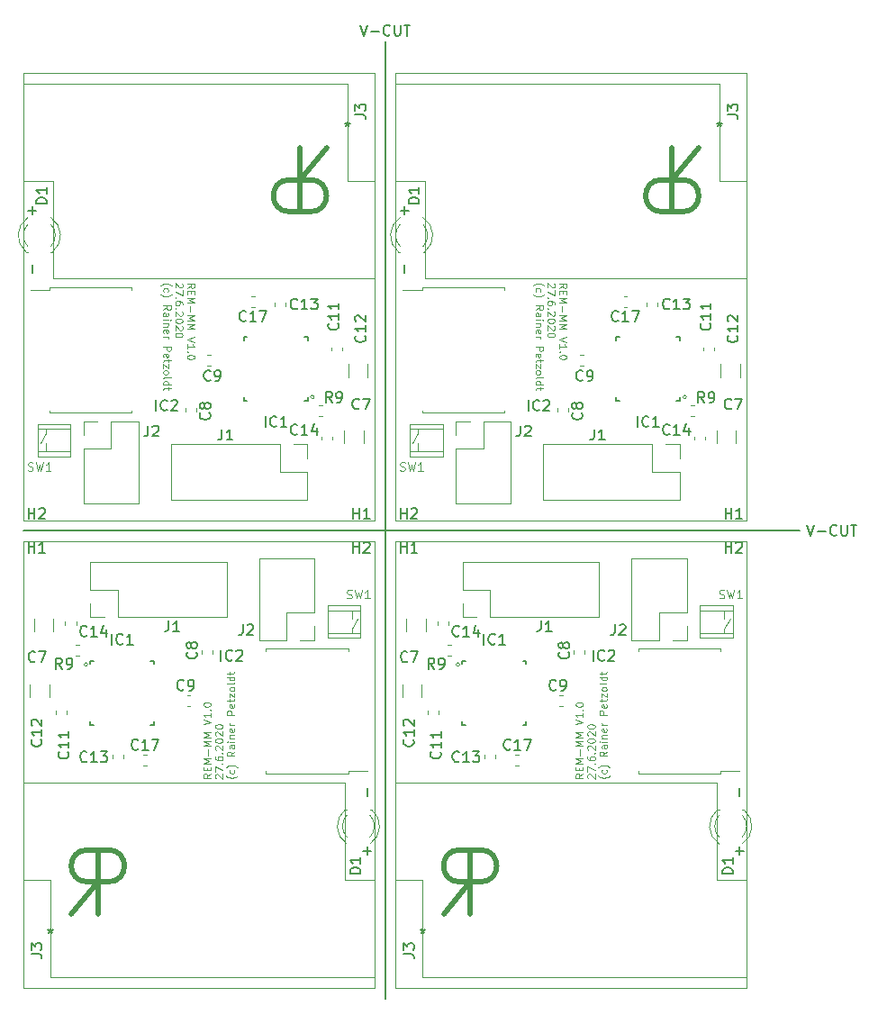
<source format=gto>
G04 #@! TF.GenerationSoftware,KiCad,Pcbnew,(5.1.5)-3*
G04 #@! TF.CreationDate,2020-06-27T14:29:51+02:00*
G04 #@! TF.ProjectId,REM-MM_4,52454d2d-4d4d-45f3-942e-6b696361645f,V1.0*
G04 #@! TF.SameCoordinates,Original*
G04 #@! TF.FileFunction,Legend,Top*
G04 #@! TF.FilePolarity,Positive*
%FSLAX46Y46*%
G04 Gerber Fmt 4.6, Leading zero omitted, Abs format (unit mm)*
G04 Created by KiCad (PCBNEW (5.1.5)-3) date 2020-06-27 14:29:51*
%MOMM*%
%LPD*%
G04 APERTURE LIST*
%ADD10C,0.150000*%
%ADD11C,0.070000*%
%ADD12C,0.100000*%
%ADD13C,0.120000*%
%ADD14C,0.500000*%
%ADD15C,0.152400*%
G04 APERTURE END LIST*
D10*
X200642857Y-83452380D02*
X200976190Y-84452380D01*
X201309523Y-83452380D01*
X201642857Y-84071428D02*
X202404761Y-84071428D01*
X203452380Y-84357142D02*
X203404761Y-84404761D01*
X203261904Y-84452380D01*
X203166666Y-84452380D01*
X203023809Y-84404761D01*
X202928571Y-84309523D01*
X202880952Y-84214285D01*
X202833333Y-84023809D01*
X202833333Y-83880952D01*
X202880952Y-83690476D01*
X202928571Y-83595238D01*
X203023809Y-83500000D01*
X203166666Y-83452380D01*
X203261904Y-83452380D01*
X203404761Y-83500000D01*
X203452380Y-83547619D01*
X203880952Y-83452380D02*
X203880952Y-84261904D01*
X203928571Y-84357142D01*
X203976190Y-84404761D01*
X204071428Y-84452380D01*
X204261904Y-84452380D01*
X204357142Y-84404761D01*
X204404761Y-84357142D01*
X204452380Y-84261904D01*
X204452380Y-83452380D01*
X204785714Y-83452380D02*
X205357142Y-83452380D01*
X205071428Y-84452380D02*
X205071428Y-83452380D01*
X158642857Y-36452380D02*
X158976190Y-37452380D01*
X159309523Y-36452380D01*
X159642857Y-37071428D02*
X160404761Y-37071428D01*
X161452380Y-37357142D02*
X161404761Y-37404761D01*
X161261904Y-37452380D01*
X161166666Y-37452380D01*
X161023809Y-37404761D01*
X160928571Y-37309523D01*
X160880952Y-37214285D01*
X160833333Y-37023809D01*
X160833333Y-36880952D01*
X160880952Y-36690476D01*
X160928571Y-36595238D01*
X161023809Y-36500000D01*
X161166666Y-36452380D01*
X161261904Y-36452380D01*
X161404761Y-36500000D01*
X161452380Y-36547619D01*
X161880952Y-36452380D02*
X161880952Y-37261904D01*
X161928571Y-37357142D01*
X161976190Y-37404761D01*
X162071428Y-37452380D01*
X162261904Y-37452380D01*
X162357142Y-37404761D01*
X162404761Y-37357142D01*
X162452380Y-37261904D01*
X162452380Y-36452380D01*
X162785714Y-36452380D02*
X163357142Y-36452380D01*
X163071428Y-37452380D02*
X163071428Y-36452380D01*
X198000000Y-84000000D02*
X199000000Y-84000000D01*
X127000000Y-84000000D02*
X200000000Y-84000000D01*
X161000000Y-128000000D02*
X161000000Y-38000000D01*
D11*
X177388333Y-61170166D02*
X177721666Y-60936833D01*
X177388333Y-60770166D02*
X178088333Y-60770166D01*
X178088333Y-61036833D01*
X178055000Y-61103500D01*
X178021666Y-61136833D01*
X177955000Y-61170166D01*
X177855000Y-61170166D01*
X177788333Y-61136833D01*
X177755000Y-61103500D01*
X177721666Y-61036833D01*
X177721666Y-60770166D01*
X177755000Y-61470166D02*
X177755000Y-61703500D01*
X177388333Y-61803500D02*
X177388333Y-61470166D01*
X178088333Y-61470166D01*
X178088333Y-61803500D01*
X177388333Y-62103500D02*
X178088333Y-62103500D01*
X177588333Y-62336833D01*
X178088333Y-62570166D01*
X177388333Y-62570166D01*
X177655000Y-62903500D02*
X177655000Y-63436833D01*
X177388333Y-63770166D02*
X178088333Y-63770166D01*
X177588333Y-64003500D01*
X178088333Y-64236833D01*
X177388333Y-64236833D01*
X177388333Y-64570166D02*
X178088333Y-64570166D01*
X177588333Y-64803500D01*
X178088333Y-65036833D01*
X177388333Y-65036833D01*
X178088333Y-65803500D02*
X177388333Y-66036833D01*
X178088333Y-66270166D01*
X177388333Y-66870166D02*
X177388333Y-66470166D01*
X177388333Y-66670166D02*
X178088333Y-66670166D01*
X177988333Y-66603500D01*
X177921666Y-66536833D01*
X177888333Y-66470166D01*
X177455000Y-67170166D02*
X177421666Y-67203500D01*
X177388333Y-67170166D01*
X177421666Y-67136833D01*
X177455000Y-67170166D01*
X177388333Y-67170166D01*
X178088333Y-67636833D02*
X178088333Y-67703500D01*
X178055000Y-67770166D01*
X178021666Y-67803500D01*
X177955000Y-67836833D01*
X177821666Y-67870166D01*
X177655000Y-67870166D01*
X177521666Y-67836833D01*
X177455000Y-67803500D01*
X177421666Y-67770166D01*
X177388333Y-67703500D01*
X177388333Y-67636833D01*
X177421666Y-67570166D01*
X177455000Y-67536833D01*
X177521666Y-67503500D01*
X177655000Y-67470166D01*
X177821666Y-67470166D01*
X177955000Y-67503500D01*
X178021666Y-67536833D01*
X178055000Y-67570166D01*
X178088333Y-67636833D01*
X176901666Y-60736833D02*
X176935000Y-60770166D01*
X176968333Y-60836833D01*
X176968333Y-61003500D01*
X176935000Y-61070166D01*
X176901666Y-61103500D01*
X176835000Y-61136833D01*
X176768333Y-61136833D01*
X176668333Y-61103500D01*
X176268333Y-60703500D01*
X176268333Y-61136833D01*
X176968333Y-61370166D02*
X176968333Y-61836833D01*
X176268333Y-61536833D01*
X176335000Y-62103500D02*
X176301666Y-62136833D01*
X176268333Y-62103500D01*
X176301666Y-62070166D01*
X176335000Y-62103500D01*
X176268333Y-62103500D01*
X176968333Y-62736833D02*
X176968333Y-62603500D01*
X176935000Y-62536833D01*
X176901666Y-62503500D01*
X176801666Y-62436833D01*
X176668333Y-62403500D01*
X176401666Y-62403500D01*
X176335000Y-62436833D01*
X176301666Y-62470166D01*
X176268333Y-62536833D01*
X176268333Y-62670166D01*
X176301666Y-62736833D01*
X176335000Y-62770166D01*
X176401666Y-62803500D01*
X176568333Y-62803500D01*
X176635000Y-62770166D01*
X176668333Y-62736833D01*
X176701666Y-62670166D01*
X176701666Y-62536833D01*
X176668333Y-62470166D01*
X176635000Y-62436833D01*
X176568333Y-62403500D01*
X176335000Y-63103500D02*
X176301666Y-63136833D01*
X176268333Y-63103500D01*
X176301666Y-63070166D01*
X176335000Y-63103500D01*
X176268333Y-63103500D01*
X176901666Y-63403500D02*
X176935000Y-63436833D01*
X176968333Y-63503500D01*
X176968333Y-63670166D01*
X176935000Y-63736833D01*
X176901666Y-63770166D01*
X176835000Y-63803500D01*
X176768333Y-63803500D01*
X176668333Y-63770166D01*
X176268333Y-63370166D01*
X176268333Y-63803500D01*
X176968333Y-64236833D02*
X176968333Y-64303500D01*
X176935000Y-64370166D01*
X176901666Y-64403500D01*
X176835000Y-64436833D01*
X176701666Y-64470166D01*
X176535000Y-64470166D01*
X176401666Y-64436833D01*
X176335000Y-64403500D01*
X176301666Y-64370166D01*
X176268333Y-64303500D01*
X176268333Y-64236833D01*
X176301666Y-64170166D01*
X176335000Y-64136833D01*
X176401666Y-64103500D01*
X176535000Y-64070166D01*
X176701666Y-64070166D01*
X176835000Y-64103500D01*
X176901666Y-64136833D01*
X176935000Y-64170166D01*
X176968333Y-64236833D01*
X176901666Y-64736833D02*
X176935000Y-64770166D01*
X176968333Y-64836833D01*
X176968333Y-65003500D01*
X176935000Y-65070166D01*
X176901666Y-65103500D01*
X176835000Y-65136833D01*
X176768333Y-65136833D01*
X176668333Y-65103500D01*
X176268333Y-64703500D01*
X176268333Y-65136833D01*
X176968333Y-65570166D02*
X176968333Y-65636833D01*
X176935000Y-65703500D01*
X176901666Y-65736833D01*
X176835000Y-65770166D01*
X176701666Y-65803500D01*
X176535000Y-65803500D01*
X176401666Y-65770166D01*
X176335000Y-65736833D01*
X176301666Y-65703500D01*
X176268333Y-65636833D01*
X176268333Y-65570166D01*
X176301666Y-65503500D01*
X176335000Y-65470166D01*
X176401666Y-65436833D01*
X176535000Y-65403500D01*
X176701666Y-65403500D01*
X176835000Y-65436833D01*
X176901666Y-65470166D01*
X176935000Y-65503500D01*
X176968333Y-65570166D01*
X174881666Y-60970166D02*
X174915000Y-60936833D01*
X175015000Y-60870166D01*
X175081666Y-60836833D01*
X175181666Y-60803500D01*
X175348333Y-60770166D01*
X175481666Y-60770166D01*
X175648333Y-60803500D01*
X175748333Y-60836833D01*
X175815000Y-60870166D01*
X175915000Y-60936833D01*
X175948333Y-60970166D01*
X175181666Y-61536833D02*
X175148333Y-61470166D01*
X175148333Y-61336833D01*
X175181666Y-61270166D01*
X175215000Y-61236833D01*
X175281666Y-61203500D01*
X175481666Y-61203500D01*
X175548333Y-61236833D01*
X175581666Y-61270166D01*
X175615000Y-61336833D01*
X175615000Y-61470166D01*
X175581666Y-61536833D01*
X174881666Y-61770166D02*
X174915000Y-61803500D01*
X175015000Y-61870166D01*
X175081666Y-61903500D01*
X175181666Y-61936833D01*
X175348333Y-61970166D01*
X175481666Y-61970166D01*
X175648333Y-61936833D01*
X175748333Y-61903500D01*
X175815000Y-61870166D01*
X175915000Y-61803500D01*
X175948333Y-61770166D01*
X175148333Y-63236833D02*
X175481666Y-63003500D01*
X175148333Y-62836833D02*
X175848333Y-62836833D01*
X175848333Y-63103500D01*
X175815000Y-63170166D01*
X175781666Y-63203500D01*
X175715000Y-63236833D01*
X175615000Y-63236833D01*
X175548333Y-63203500D01*
X175515000Y-63170166D01*
X175481666Y-63103500D01*
X175481666Y-62836833D01*
X175148333Y-63836833D02*
X175515000Y-63836833D01*
X175581666Y-63803500D01*
X175615000Y-63736833D01*
X175615000Y-63603500D01*
X175581666Y-63536833D01*
X175181666Y-63836833D02*
X175148333Y-63770166D01*
X175148333Y-63603500D01*
X175181666Y-63536833D01*
X175248333Y-63503500D01*
X175315000Y-63503500D01*
X175381666Y-63536833D01*
X175415000Y-63603500D01*
X175415000Y-63770166D01*
X175448333Y-63836833D01*
X175148333Y-64170166D02*
X175615000Y-64170166D01*
X175848333Y-64170166D02*
X175815000Y-64136833D01*
X175781666Y-64170166D01*
X175815000Y-64203500D01*
X175848333Y-64170166D01*
X175781666Y-64170166D01*
X175615000Y-64503500D02*
X175148333Y-64503500D01*
X175548333Y-64503500D02*
X175581666Y-64536833D01*
X175615000Y-64603500D01*
X175615000Y-64703500D01*
X175581666Y-64770166D01*
X175515000Y-64803500D01*
X175148333Y-64803500D01*
X175181666Y-65403500D02*
X175148333Y-65336833D01*
X175148333Y-65203500D01*
X175181666Y-65136833D01*
X175248333Y-65103500D01*
X175515000Y-65103500D01*
X175581666Y-65136833D01*
X175615000Y-65203500D01*
X175615000Y-65336833D01*
X175581666Y-65403500D01*
X175515000Y-65436833D01*
X175448333Y-65436833D01*
X175381666Y-65103500D01*
X175148333Y-65736833D02*
X175615000Y-65736833D01*
X175481666Y-65736833D02*
X175548333Y-65770166D01*
X175581666Y-65803500D01*
X175615000Y-65870166D01*
X175615000Y-65936833D01*
X175148333Y-66703500D02*
X175848333Y-66703500D01*
X175848333Y-66970166D01*
X175815000Y-67036833D01*
X175781666Y-67070166D01*
X175715000Y-67103500D01*
X175615000Y-67103500D01*
X175548333Y-67070166D01*
X175515000Y-67036833D01*
X175481666Y-66970166D01*
X175481666Y-66703500D01*
X175181666Y-67670166D02*
X175148333Y-67603500D01*
X175148333Y-67470166D01*
X175181666Y-67403500D01*
X175248333Y-67370166D01*
X175515000Y-67370166D01*
X175581666Y-67403500D01*
X175615000Y-67470166D01*
X175615000Y-67603500D01*
X175581666Y-67670166D01*
X175515000Y-67703500D01*
X175448333Y-67703500D01*
X175381666Y-67370166D01*
X175615000Y-67903500D02*
X175615000Y-68170166D01*
X175848333Y-68003500D02*
X175248333Y-68003500D01*
X175181666Y-68036833D01*
X175148333Y-68103500D01*
X175148333Y-68170166D01*
X175615000Y-68336833D02*
X175615000Y-68703500D01*
X175148333Y-68336833D01*
X175148333Y-68703500D01*
X175148333Y-69070166D02*
X175181666Y-69003500D01*
X175215000Y-68970166D01*
X175281666Y-68936833D01*
X175481666Y-68936833D01*
X175548333Y-68970166D01*
X175581666Y-69003500D01*
X175615000Y-69070166D01*
X175615000Y-69170166D01*
X175581666Y-69236833D01*
X175548333Y-69270166D01*
X175481666Y-69303500D01*
X175281666Y-69303500D01*
X175215000Y-69270166D01*
X175181666Y-69236833D01*
X175148333Y-69170166D01*
X175148333Y-69070166D01*
X175148333Y-69703500D02*
X175181666Y-69636833D01*
X175248333Y-69603500D01*
X175848333Y-69603500D01*
X175148333Y-70270166D02*
X175848333Y-70270166D01*
X175181666Y-70270166D02*
X175148333Y-70203500D01*
X175148333Y-70070166D01*
X175181666Y-70003500D01*
X175215000Y-69970166D01*
X175281666Y-69936833D01*
X175481666Y-69936833D01*
X175548333Y-69970166D01*
X175581666Y-70003500D01*
X175615000Y-70070166D01*
X175615000Y-70203500D01*
X175581666Y-70270166D01*
X175615000Y-70503500D02*
X175615000Y-70770166D01*
X175848333Y-70603500D02*
X175248333Y-70603500D01*
X175181666Y-70636833D01*
X175148333Y-70703500D01*
X175148333Y-70770166D01*
D12*
X162000000Y-41000000D02*
X162000000Y-83000000D01*
X195000000Y-83000000D02*
X162000000Y-83000000D01*
X195000000Y-41000000D02*
X162000000Y-41000000D01*
X162000000Y-85000000D02*
X195000000Y-85000000D01*
X162000000Y-127000000D02*
X195000000Y-127000000D01*
X195000000Y-127000000D02*
X195000000Y-85000000D01*
X195000000Y-41000000D02*
X195000000Y-83000000D01*
X162000000Y-127000000D02*
X162000000Y-85000000D01*
D11*
X179611666Y-106829833D02*
X179278333Y-107063166D01*
X179611666Y-107229833D02*
X178911666Y-107229833D01*
X178911666Y-106963166D01*
X178945000Y-106896500D01*
X178978333Y-106863166D01*
X179045000Y-106829833D01*
X179145000Y-106829833D01*
X179211666Y-106863166D01*
X179245000Y-106896500D01*
X179278333Y-106963166D01*
X179278333Y-107229833D01*
X179245000Y-106529833D02*
X179245000Y-106296500D01*
X179611666Y-106196500D02*
X179611666Y-106529833D01*
X178911666Y-106529833D01*
X178911666Y-106196500D01*
X179611666Y-105896500D02*
X178911666Y-105896500D01*
X179411666Y-105663166D01*
X178911666Y-105429833D01*
X179611666Y-105429833D01*
X179345000Y-105096500D02*
X179345000Y-104563166D01*
X179611666Y-104229833D02*
X178911666Y-104229833D01*
X179411666Y-103996500D01*
X178911666Y-103763166D01*
X179611666Y-103763166D01*
X179611666Y-103429833D02*
X178911666Y-103429833D01*
X179411666Y-103196500D01*
X178911666Y-102963166D01*
X179611666Y-102963166D01*
X178911666Y-102196500D02*
X179611666Y-101963166D01*
X178911666Y-101729833D01*
X179611666Y-101129833D02*
X179611666Y-101529833D01*
X179611666Y-101329833D02*
X178911666Y-101329833D01*
X179011666Y-101396500D01*
X179078333Y-101463166D01*
X179111666Y-101529833D01*
X179545000Y-100829833D02*
X179578333Y-100796500D01*
X179611666Y-100829833D01*
X179578333Y-100863166D01*
X179545000Y-100829833D01*
X179611666Y-100829833D01*
X178911666Y-100363166D02*
X178911666Y-100296500D01*
X178945000Y-100229833D01*
X178978333Y-100196500D01*
X179045000Y-100163166D01*
X179178333Y-100129833D01*
X179345000Y-100129833D01*
X179478333Y-100163166D01*
X179545000Y-100196500D01*
X179578333Y-100229833D01*
X179611666Y-100296500D01*
X179611666Y-100363166D01*
X179578333Y-100429833D01*
X179545000Y-100463166D01*
X179478333Y-100496500D01*
X179345000Y-100529833D01*
X179178333Y-100529833D01*
X179045000Y-100496500D01*
X178978333Y-100463166D01*
X178945000Y-100429833D01*
X178911666Y-100363166D01*
X180098333Y-107263166D02*
X180065000Y-107229833D01*
X180031666Y-107163166D01*
X180031666Y-106996500D01*
X180065000Y-106929833D01*
X180098333Y-106896500D01*
X180165000Y-106863166D01*
X180231666Y-106863166D01*
X180331666Y-106896500D01*
X180731666Y-107296500D01*
X180731666Y-106863166D01*
X180031666Y-106629833D02*
X180031666Y-106163166D01*
X180731666Y-106463166D01*
X180665000Y-105896500D02*
X180698333Y-105863166D01*
X180731666Y-105896500D01*
X180698333Y-105929833D01*
X180665000Y-105896500D01*
X180731666Y-105896500D01*
X180031666Y-105263166D02*
X180031666Y-105396500D01*
X180065000Y-105463166D01*
X180098333Y-105496500D01*
X180198333Y-105563166D01*
X180331666Y-105596500D01*
X180598333Y-105596500D01*
X180665000Y-105563166D01*
X180698333Y-105529833D01*
X180731666Y-105463166D01*
X180731666Y-105329833D01*
X180698333Y-105263166D01*
X180665000Y-105229833D01*
X180598333Y-105196500D01*
X180431666Y-105196500D01*
X180365000Y-105229833D01*
X180331666Y-105263166D01*
X180298333Y-105329833D01*
X180298333Y-105463166D01*
X180331666Y-105529833D01*
X180365000Y-105563166D01*
X180431666Y-105596500D01*
X180665000Y-104896500D02*
X180698333Y-104863166D01*
X180731666Y-104896500D01*
X180698333Y-104929833D01*
X180665000Y-104896500D01*
X180731666Y-104896500D01*
X180098333Y-104596500D02*
X180065000Y-104563166D01*
X180031666Y-104496500D01*
X180031666Y-104329833D01*
X180065000Y-104263166D01*
X180098333Y-104229833D01*
X180165000Y-104196500D01*
X180231666Y-104196500D01*
X180331666Y-104229833D01*
X180731666Y-104629833D01*
X180731666Y-104196500D01*
X180031666Y-103763166D02*
X180031666Y-103696500D01*
X180065000Y-103629833D01*
X180098333Y-103596500D01*
X180165000Y-103563166D01*
X180298333Y-103529833D01*
X180465000Y-103529833D01*
X180598333Y-103563166D01*
X180665000Y-103596500D01*
X180698333Y-103629833D01*
X180731666Y-103696500D01*
X180731666Y-103763166D01*
X180698333Y-103829833D01*
X180665000Y-103863166D01*
X180598333Y-103896500D01*
X180465000Y-103929833D01*
X180298333Y-103929833D01*
X180165000Y-103896500D01*
X180098333Y-103863166D01*
X180065000Y-103829833D01*
X180031666Y-103763166D01*
X180098333Y-103263166D02*
X180065000Y-103229833D01*
X180031666Y-103163166D01*
X180031666Y-102996500D01*
X180065000Y-102929833D01*
X180098333Y-102896500D01*
X180165000Y-102863166D01*
X180231666Y-102863166D01*
X180331666Y-102896500D01*
X180731666Y-103296500D01*
X180731666Y-102863166D01*
X180031666Y-102429833D02*
X180031666Y-102363166D01*
X180065000Y-102296500D01*
X180098333Y-102263166D01*
X180165000Y-102229833D01*
X180298333Y-102196500D01*
X180465000Y-102196500D01*
X180598333Y-102229833D01*
X180665000Y-102263166D01*
X180698333Y-102296500D01*
X180731666Y-102363166D01*
X180731666Y-102429833D01*
X180698333Y-102496500D01*
X180665000Y-102529833D01*
X180598333Y-102563166D01*
X180465000Y-102596500D01*
X180298333Y-102596500D01*
X180165000Y-102563166D01*
X180098333Y-102529833D01*
X180065000Y-102496500D01*
X180031666Y-102429833D01*
X182118333Y-107029833D02*
X182085000Y-107063166D01*
X181985000Y-107129833D01*
X181918333Y-107163166D01*
X181818333Y-107196500D01*
X181651666Y-107229833D01*
X181518333Y-107229833D01*
X181351666Y-107196500D01*
X181251666Y-107163166D01*
X181185000Y-107129833D01*
X181085000Y-107063166D01*
X181051666Y-107029833D01*
X181818333Y-106463166D02*
X181851666Y-106529833D01*
X181851666Y-106663166D01*
X181818333Y-106729833D01*
X181785000Y-106763166D01*
X181718333Y-106796500D01*
X181518333Y-106796500D01*
X181451666Y-106763166D01*
X181418333Y-106729833D01*
X181385000Y-106663166D01*
X181385000Y-106529833D01*
X181418333Y-106463166D01*
X182118333Y-106229833D02*
X182085000Y-106196500D01*
X181985000Y-106129833D01*
X181918333Y-106096500D01*
X181818333Y-106063166D01*
X181651666Y-106029833D01*
X181518333Y-106029833D01*
X181351666Y-106063166D01*
X181251666Y-106096500D01*
X181185000Y-106129833D01*
X181085000Y-106196500D01*
X181051666Y-106229833D01*
X181851666Y-104763166D02*
X181518333Y-104996500D01*
X181851666Y-105163166D02*
X181151666Y-105163166D01*
X181151666Y-104896500D01*
X181185000Y-104829833D01*
X181218333Y-104796500D01*
X181285000Y-104763166D01*
X181385000Y-104763166D01*
X181451666Y-104796500D01*
X181485000Y-104829833D01*
X181518333Y-104896500D01*
X181518333Y-105163166D01*
X181851666Y-104163166D02*
X181485000Y-104163166D01*
X181418333Y-104196500D01*
X181385000Y-104263166D01*
X181385000Y-104396500D01*
X181418333Y-104463166D01*
X181818333Y-104163166D02*
X181851666Y-104229833D01*
X181851666Y-104396500D01*
X181818333Y-104463166D01*
X181751666Y-104496500D01*
X181685000Y-104496500D01*
X181618333Y-104463166D01*
X181585000Y-104396500D01*
X181585000Y-104229833D01*
X181551666Y-104163166D01*
X181851666Y-103829833D02*
X181385000Y-103829833D01*
X181151666Y-103829833D02*
X181185000Y-103863166D01*
X181218333Y-103829833D01*
X181185000Y-103796500D01*
X181151666Y-103829833D01*
X181218333Y-103829833D01*
X181385000Y-103496500D02*
X181851666Y-103496500D01*
X181451666Y-103496500D02*
X181418333Y-103463166D01*
X181385000Y-103396500D01*
X181385000Y-103296500D01*
X181418333Y-103229833D01*
X181485000Y-103196500D01*
X181851666Y-103196500D01*
X181818333Y-102596500D02*
X181851666Y-102663166D01*
X181851666Y-102796500D01*
X181818333Y-102863166D01*
X181751666Y-102896500D01*
X181485000Y-102896500D01*
X181418333Y-102863166D01*
X181385000Y-102796500D01*
X181385000Y-102663166D01*
X181418333Y-102596500D01*
X181485000Y-102563166D01*
X181551666Y-102563166D01*
X181618333Y-102896500D01*
X181851666Y-102263166D02*
X181385000Y-102263166D01*
X181518333Y-102263166D02*
X181451666Y-102229833D01*
X181418333Y-102196500D01*
X181385000Y-102129833D01*
X181385000Y-102063166D01*
X181851666Y-101296500D02*
X181151666Y-101296500D01*
X181151666Y-101029833D01*
X181185000Y-100963166D01*
X181218333Y-100929833D01*
X181285000Y-100896500D01*
X181385000Y-100896500D01*
X181451666Y-100929833D01*
X181485000Y-100963166D01*
X181518333Y-101029833D01*
X181518333Y-101296500D01*
X181818333Y-100329833D02*
X181851666Y-100396500D01*
X181851666Y-100529833D01*
X181818333Y-100596500D01*
X181751666Y-100629833D01*
X181485000Y-100629833D01*
X181418333Y-100596500D01*
X181385000Y-100529833D01*
X181385000Y-100396500D01*
X181418333Y-100329833D01*
X181485000Y-100296500D01*
X181551666Y-100296500D01*
X181618333Y-100629833D01*
X181385000Y-100096500D02*
X181385000Y-99829833D01*
X181151666Y-99996500D02*
X181751666Y-99996500D01*
X181818333Y-99963166D01*
X181851666Y-99896500D01*
X181851666Y-99829833D01*
X181385000Y-99663166D02*
X181385000Y-99296500D01*
X181851666Y-99663166D01*
X181851666Y-99296500D01*
X181851666Y-98929833D02*
X181818333Y-98996500D01*
X181785000Y-99029833D01*
X181718333Y-99063166D01*
X181518333Y-99063166D01*
X181451666Y-99029833D01*
X181418333Y-98996500D01*
X181385000Y-98929833D01*
X181385000Y-98829833D01*
X181418333Y-98763166D01*
X181451666Y-98729833D01*
X181518333Y-98696500D01*
X181718333Y-98696500D01*
X181785000Y-98729833D01*
X181818333Y-98763166D01*
X181851666Y-98829833D01*
X181851666Y-98929833D01*
X181851666Y-98296500D02*
X181818333Y-98363166D01*
X181751666Y-98396500D01*
X181151666Y-98396500D01*
X181851666Y-97729833D02*
X181151666Y-97729833D01*
X181818333Y-97729833D02*
X181851666Y-97796500D01*
X181851666Y-97929833D01*
X181818333Y-97996500D01*
X181785000Y-98029833D01*
X181718333Y-98063166D01*
X181518333Y-98063166D01*
X181451666Y-98029833D01*
X181418333Y-97996500D01*
X181385000Y-97929833D01*
X181385000Y-97796500D01*
X181418333Y-97729833D01*
X181385000Y-97496500D02*
X181385000Y-97229833D01*
X181151666Y-97396500D02*
X181751666Y-97396500D01*
X181818333Y-97363166D01*
X181851666Y-97296500D01*
X181851666Y-97229833D01*
D12*
X160000000Y-83000000D02*
X127000000Y-83000000D01*
X160000000Y-41000000D02*
X127000000Y-41000000D01*
X127000000Y-41000000D02*
X127000000Y-83000000D01*
X160000000Y-41000000D02*
X160000000Y-83000000D01*
D11*
X142388333Y-61170166D02*
X142721666Y-60936833D01*
X142388333Y-60770166D02*
X143088333Y-60770166D01*
X143088333Y-61036833D01*
X143055000Y-61103500D01*
X143021666Y-61136833D01*
X142955000Y-61170166D01*
X142855000Y-61170166D01*
X142788333Y-61136833D01*
X142755000Y-61103500D01*
X142721666Y-61036833D01*
X142721666Y-60770166D01*
X142755000Y-61470166D02*
X142755000Y-61703500D01*
X142388333Y-61803500D02*
X142388333Y-61470166D01*
X143088333Y-61470166D01*
X143088333Y-61803500D01*
X142388333Y-62103500D02*
X143088333Y-62103500D01*
X142588333Y-62336833D01*
X143088333Y-62570166D01*
X142388333Y-62570166D01*
X142655000Y-62903500D02*
X142655000Y-63436833D01*
X142388333Y-63770166D02*
X143088333Y-63770166D01*
X142588333Y-64003500D01*
X143088333Y-64236833D01*
X142388333Y-64236833D01*
X142388333Y-64570166D02*
X143088333Y-64570166D01*
X142588333Y-64803500D01*
X143088333Y-65036833D01*
X142388333Y-65036833D01*
X143088333Y-65803500D02*
X142388333Y-66036833D01*
X143088333Y-66270166D01*
X142388333Y-66870166D02*
X142388333Y-66470166D01*
X142388333Y-66670166D02*
X143088333Y-66670166D01*
X142988333Y-66603500D01*
X142921666Y-66536833D01*
X142888333Y-66470166D01*
X142455000Y-67170166D02*
X142421666Y-67203500D01*
X142388333Y-67170166D01*
X142421666Y-67136833D01*
X142455000Y-67170166D01*
X142388333Y-67170166D01*
X143088333Y-67636833D02*
X143088333Y-67703500D01*
X143055000Y-67770166D01*
X143021666Y-67803500D01*
X142955000Y-67836833D01*
X142821666Y-67870166D01*
X142655000Y-67870166D01*
X142521666Y-67836833D01*
X142455000Y-67803500D01*
X142421666Y-67770166D01*
X142388333Y-67703500D01*
X142388333Y-67636833D01*
X142421666Y-67570166D01*
X142455000Y-67536833D01*
X142521666Y-67503500D01*
X142655000Y-67470166D01*
X142821666Y-67470166D01*
X142955000Y-67503500D01*
X143021666Y-67536833D01*
X143055000Y-67570166D01*
X143088333Y-67636833D01*
X141901666Y-60736833D02*
X141935000Y-60770166D01*
X141968333Y-60836833D01*
X141968333Y-61003500D01*
X141935000Y-61070166D01*
X141901666Y-61103500D01*
X141835000Y-61136833D01*
X141768333Y-61136833D01*
X141668333Y-61103500D01*
X141268333Y-60703500D01*
X141268333Y-61136833D01*
X141968333Y-61370166D02*
X141968333Y-61836833D01*
X141268333Y-61536833D01*
X141335000Y-62103500D02*
X141301666Y-62136833D01*
X141268333Y-62103500D01*
X141301666Y-62070166D01*
X141335000Y-62103500D01*
X141268333Y-62103500D01*
X141968333Y-62736833D02*
X141968333Y-62603500D01*
X141935000Y-62536833D01*
X141901666Y-62503500D01*
X141801666Y-62436833D01*
X141668333Y-62403500D01*
X141401666Y-62403500D01*
X141335000Y-62436833D01*
X141301666Y-62470166D01*
X141268333Y-62536833D01*
X141268333Y-62670166D01*
X141301666Y-62736833D01*
X141335000Y-62770166D01*
X141401666Y-62803500D01*
X141568333Y-62803500D01*
X141635000Y-62770166D01*
X141668333Y-62736833D01*
X141701666Y-62670166D01*
X141701666Y-62536833D01*
X141668333Y-62470166D01*
X141635000Y-62436833D01*
X141568333Y-62403500D01*
X141335000Y-63103500D02*
X141301666Y-63136833D01*
X141268333Y-63103500D01*
X141301666Y-63070166D01*
X141335000Y-63103500D01*
X141268333Y-63103500D01*
X141901666Y-63403500D02*
X141935000Y-63436833D01*
X141968333Y-63503500D01*
X141968333Y-63670166D01*
X141935000Y-63736833D01*
X141901666Y-63770166D01*
X141835000Y-63803500D01*
X141768333Y-63803500D01*
X141668333Y-63770166D01*
X141268333Y-63370166D01*
X141268333Y-63803500D01*
X141968333Y-64236833D02*
X141968333Y-64303500D01*
X141935000Y-64370166D01*
X141901666Y-64403500D01*
X141835000Y-64436833D01*
X141701666Y-64470166D01*
X141535000Y-64470166D01*
X141401666Y-64436833D01*
X141335000Y-64403500D01*
X141301666Y-64370166D01*
X141268333Y-64303500D01*
X141268333Y-64236833D01*
X141301666Y-64170166D01*
X141335000Y-64136833D01*
X141401666Y-64103500D01*
X141535000Y-64070166D01*
X141701666Y-64070166D01*
X141835000Y-64103500D01*
X141901666Y-64136833D01*
X141935000Y-64170166D01*
X141968333Y-64236833D01*
X141901666Y-64736833D02*
X141935000Y-64770166D01*
X141968333Y-64836833D01*
X141968333Y-65003500D01*
X141935000Y-65070166D01*
X141901666Y-65103500D01*
X141835000Y-65136833D01*
X141768333Y-65136833D01*
X141668333Y-65103500D01*
X141268333Y-64703500D01*
X141268333Y-65136833D01*
X141968333Y-65570166D02*
X141968333Y-65636833D01*
X141935000Y-65703500D01*
X141901666Y-65736833D01*
X141835000Y-65770166D01*
X141701666Y-65803500D01*
X141535000Y-65803500D01*
X141401666Y-65770166D01*
X141335000Y-65736833D01*
X141301666Y-65703500D01*
X141268333Y-65636833D01*
X141268333Y-65570166D01*
X141301666Y-65503500D01*
X141335000Y-65470166D01*
X141401666Y-65436833D01*
X141535000Y-65403500D01*
X141701666Y-65403500D01*
X141835000Y-65436833D01*
X141901666Y-65470166D01*
X141935000Y-65503500D01*
X141968333Y-65570166D01*
X139881666Y-60970166D02*
X139915000Y-60936833D01*
X140015000Y-60870166D01*
X140081666Y-60836833D01*
X140181666Y-60803500D01*
X140348333Y-60770166D01*
X140481666Y-60770166D01*
X140648333Y-60803500D01*
X140748333Y-60836833D01*
X140815000Y-60870166D01*
X140915000Y-60936833D01*
X140948333Y-60970166D01*
X140181666Y-61536833D02*
X140148333Y-61470166D01*
X140148333Y-61336833D01*
X140181666Y-61270166D01*
X140215000Y-61236833D01*
X140281666Y-61203500D01*
X140481666Y-61203500D01*
X140548333Y-61236833D01*
X140581666Y-61270166D01*
X140615000Y-61336833D01*
X140615000Y-61470166D01*
X140581666Y-61536833D01*
X139881666Y-61770166D02*
X139915000Y-61803500D01*
X140015000Y-61870166D01*
X140081666Y-61903500D01*
X140181666Y-61936833D01*
X140348333Y-61970166D01*
X140481666Y-61970166D01*
X140648333Y-61936833D01*
X140748333Y-61903500D01*
X140815000Y-61870166D01*
X140915000Y-61803500D01*
X140948333Y-61770166D01*
X140148333Y-63236833D02*
X140481666Y-63003500D01*
X140148333Y-62836833D02*
X140848333Y-62836833D01*
X140848333Y-63103500D01*
X140815000Y-63170166D01*
X140781666Y-63203500D01*
X140715000Y-63236833D01*
X140615000Y-63236833D01*
X140548333Y-63203500D01*
X140515000Y-63170166D01*
X140481666Y-63103500D01*
X140481666Y-62836833D01*
X140148333Y-63836833D02*
X140515000Y-63836833D01*
X140581666Y-63803500D01*
X140615000Y-63736833D01*
X140615000Y-63603500D01*
X140581666Y-63536833D01*
X140181666Y-63836833D02*
X140148333Y-63770166D01*
X140148333Y-63603500D01*
X140181666Y-63536833D01*
X140248333Y-63503500D01*
X140315000Y-63503500D01*
X140381666Y-63536833D01*
X140415000Y-63603500D01*
X140415000Y-63770166D01*
X140448333Y-63836833D01*
X140148333Y-64170166D02*
X140615000Y-64170166D01*
X140848333Y-64170166D02*
X140815000Y-64136833D01*
X140781666Y-64170166D01*
X140815000Y-64203500D01*
X140848333Y-64170166D01*
X140781666Y-64170166D01*
X140615000Y-64503500D02*
X140148333Y-64503500D01*
X140548333Y-64503500D02*
X140581666Y-64536833D01*
X140615000Y-64603500D01*
X140615000Y-64703500D01*
X140581666Y-64770166D01*
X140515000Y-64803500D01*
X140148333Y-64803500D01*
X140181666Y-65403500D02*
X140148333Y-65336833D01*
X140148333Y-65203500D01*
X140181666Y-65136833D01*
X140248333Y-65103500D01*
X140515000Y-65103500D01*
X140581666Y-65136833D01*
X140615000Y-65203500D01*
X140615000Y-65336833D01*
X140581666Y-65403500D01*
X140515000Y-65436833D01*
X140448333Y-65436833D01*
X140381666Y-65103500D01*
X140148333Y-65736833D02*
X140615000Y-65736833D01*
X140481666Y-65736833D02*
X140548333Y-65770166D01*
X140581666Y-65803500D01*
X140615000Y-65870166D01*
X140615000Y-65936833D01*
X140148333Y-66703500D02*
X140848333Y-66703500D01*
X140848333Y-66970166D01*
X140815000Y-67036833D01*
X140781666Y-67070166D01*
X140715000Y-67103500D01*
X140615000Y-67103500D01*
X140548333Y-67070166D01*
X140515000Y-67036833D01*
X140481666Y-66970166D01*
X140481666Y-66703500D01*
X140181666Y-67670166D02*
X140148333Y-67603500D01*
X140148333Y-67470166D01*
X140181666Y-67403500D01*
X140248333Y-67370166D01*
X140515000Y-67370166D01*
X140581666Y-67403500D01*
X140615000Y-67470166D01*
X140615000Y-67603500D01*
X140581666Y-67670166D01*
X140515000Y-67703500D01*
X140448333Y-67703500D01*
X140381666Y-67370166D01*
X140615000Y-67903500D02*
X140615000Y-68170166D01*
X140848333Y-68003500D02*
X140248333Y-68003500D01*
X140181666Y-68036833D01*
X140148333Y-68103500D01*
X140148333Y-68170166D01*
X140615000Y-68336833D02*
X140615000Y-68703500D01*
X140148333Y-68336833D01*
X140148333Y-68703500D01*
X140148333Y-69070166D02*
X140181666Y-69003500D01*
X140215000Y-68970166D01*
X140281666Y-68936833D01*
X140481666Y-68936833D01*
X140548333Y-68970166D01*
X140581666Y-69003500D01*
X140615000Y-69070166D01*
X140615000Y-69170166D01*
X140581666Y-69236833D01*
X140548333Y-69270166D01*
X140481666Y-69303500D01*
X140281666Y-69303500D01*
X140215000Y-69270166D01*
X140181666Y-69236833D01*
X140148333Y-69170166D01*
X140148333Y-69070166D01*
X140148333Y-69703500D02*
X140181666Y-69636833D01*
X140248333Y-69603500D01*
X140848333Y-69603500D01*
X140148333Y-70270166D02*
X140848333Y-70270166D01*
X140181666Y-70270166D02*
X140148333Y-70203500D01*
X140148333Y-70070166D01*
X140181666Y-70003500D01*
X140215000Y-69970166D01*
X140281666Y-69936833D01*
X140481666Y-69936833D01*
X140548333Y-69970166D01*
X140581666Y-70003500D01*
X140615000Y-70070166D01*
X140615000Y-70203500D01*
X140581666Y-70270166D01*
X140615000Y-70503500D02*
X140615000Y-70770166D01*
X140848333Y-70603500D02*
X140248333Y-70603500D01*
X140181666Y-70636833D01*
X140148333Y-70703500D01*
X140148333Y-70770166D01*
D12*
X127000000Y-127000000D02*
X160000000Y-127000000D01*
X160000000Y-127000000D02*
X160000000Y-85000000D01*
X127000000Y-127000000D02*
X127000000Y-85000000D01*
X127000000Y-85000000D02*
X160000000Y-85000000D01*
D11*
X144611666Y-106829833D02*
X144278333Y-107063166D01*
X144611666Y-107229833D02*
X143911666Y-107229833D01*
X143911666Y-106963166D01*
X143945000Y-106896500D01*
X143978333Y-106863166D01*
X144045000Y-106829833D01*
X144145000Y-106829833D01*
X144211666Y-106863166D01*
X144245000Y-106896500D01*
X144278333Y-106963166D01*
X144278333Y-107229833D01*
X144245000Y-106529833D02*
X144245000Y-106296500D01*
X144611666Y-106196500D02*
X144611666Y-106529833D01*
X143911666Y-106529833D01*
X143911666Y-106196500D01*
X144611666Y-105896500D02*
X143911666Y-105896500D01*
X144411666Y-105663166D01*
X143911666Y-105429833D01*
X144611666Y-105429833D01*
X144345000Y-105096500D02*
X144345000Y-104563166D01*
X144611666Y-104229833D02*
X143911666Y-104229833D01*
X144411666Y-103996500D01*
X143911666Y-103763166D01*
X144611666Y-103763166D01*
X144611666Y-103429833D02*
X143911666Y-103429833D01*
X144411666Y-103196500D01*
X143911666Y-102963166D01*
X144611666Y-102963166D01*
X143911666Y-102196500D02*
X144611666Y-101963166D01*
X143911666Y-101729833D01*
X144611666Y-101129833D02*
X144611666Y-101529833D01*
X144611666Y-101329833D02*
X143911666Y-101329833D01*
X144011666Y-101396500D01*
X144078333Y-101463166D01*
X144111666Y-101529833D01*
X144545000Y-100829833D02*
X144578333Y-100796500D01*
X144611666Y-100829833D01*
X144578333Y-100863166D01*
X144545000Y-100829833D01*
X144611666Y-100829833D01*
X143911666Y-100363166D02*
X143911666Y-100296500D01*
X143945000Y-100229833D01*
X143978333Y-100196500D01*
X144045000Y-100163166D01*
X144178333Y-100129833D01*
X144345000Y-100129833D01*
X144478333Y-100163166D01*
X144545000Y-100196500D01*
X144578333Y-100229833D01*
X144611666Y-100296500D01*
X144611666Y-100363166D01*
X144578333Y-100429833D01*
X144545000Y-100463166D01*
X144478333Y-100496500D01*
X144345000Y-100529833D01*
X144178333Y-100529833D01*
X144045000Y-100496500D01*
X143978333Y-100463166D01*
X143945000Y-100429833D01*
X143911666Y-100363166D01*
X145098333Y-107263166D02*
X145065000Y-107229833D01*
X145031666Y-107163166D01*
X145031666Y-106996500D01*
X145065000Y-106929833D01*
X145098333Y-106896500D01*
X145165000Y-106863166D01*
X145231666Y-106863166D01*
X145331666Y-106896500D01*
X145731666Y-107296500D01*
X145731666Y-106863166D01*
X145031666Y-106629833D02*
X145031666Y-106163166D01*
X145731666Y-106463166D01*
X145665000Y-105896500D02*
X145698333Y-105863166D01*
X145731666Y-105896500D01*
X145698333Y-105929833D01*
X145665000Y-105896500D01*
X145731666Y-105896500D01*
X145031666Y-105263166D02*
X145031666Y-105396500D01*
X145065000Y-105463166D01*
X145098333Y-105496500D01*
X145198333Y-105563166D01*
X145331666Y-105596500D01*
X145598333Y-105596500D01*
X145665000Y-105563166D01*
X145698333Y-105529833D01*
X145731666Y-105463166D01*
X145731666Y-105329833D01*
X145698333Y-105263166D01*
X145665000Y-105229833D01*
X145598333Y-105196500D01*
X145431666Y-105196500D01*
X145365000Y-105229833D01*
X145331666Y-105263166D01*
X145298333Y-105329833D01*
X145298333Y-105463166D01*
X145331666Y-105529833D01*
X145365000Y-105563166D01*
X145431666Y-105596500D01*
X145665000Y-104896500D02*
X145698333Y-104863166D01*
X145731666Y-104896500D01*
X145698333Y-104929833D01*
X145665000Y-104896500D01*
X145731666Y-104896500D01*
X145098333Y-104596500D02*
X145065000Y-104563166D01*
X145031666Y-104496500D01*
X145031666Y-104329833D01*
X145065000Y-104263166D01*
X145098333Y-104229833D01*
X145165000Y-104196500D01*
X145231666Y-104196500D01*
X145331666Y-104229833D01*
X145731666Y-104629833D01*
X145731666Y-104196500D01*
X145031666Y-103763166D02*
X145031666Y-103696500D01*
X145065000Y-103629833D01*
X145098333Y-103596500D01*
X145165000Y-103563166D01*
X145298333Y-103529833D01*
X145465000Y-103529833D01*
X145598333Y-103563166D01*
X145665000Y-103596500D01*
X145698333Y-103629833D01*
X145731666Y-103696500D01*
X145731666Y-103763166D01*
X145698333Y-103829833D01*
X145665000Y-103863166D01*
X145598333Y-103896500D01*
X145465000Y-103929833D01*
X145298333Y-103929833D01*
X145165000Y-103896500D01*
X145098333Y-103863166D01*
X145065000Y-103829833D01*
X145031666Y-103763166D01*
X145098333Y-103263166D02*
X145065000Y-103229833D01*
X145031666Y-103163166D01*
X145031666Y-102996500D01*
X145065000Y-102929833D01*
X145098333Y-102896500D01*
X145165000Y-102863166D01*
X145231666Y-102863166D01*
X145331666Y-102896500D01*
X145731666Y-103296500D01*
X145731666Y-102863166D01*
X145031666Y-102429833D02*
X145031666Y-102363166D01*
X145065000Y-102296500D01*
X145098333Y-102263166D01*
X145165000Y-102229833D01*
X145298333Y-102196500D01*
X145465000Y-102196500D01*
X145598333Y-102229833D01*
X145665000Y-102263166D01*
X145698333Y-102296500D01*
X145731666Y-102363166D01*
X145731666Y-102429833D01*
X145698333Y-102496500D01*
X145665000Y-102529833D01*
X145598333Y-102563166D01*
X145465000Y-102596500D01*
X145298333Y-102596500D01*
X145165000Y-102563166D01*
X145098333Y-102529833D01*
X145065000Y-102496500D01*
X145031666Y-102429833D01*
X147118333Y-107029833D02*
X147085000Y-107063166D01*
X146985000Y-107129833D01*
X146918333Y-107163166D01*
X146818333Y-107196500D01*
X146651666Y-107229833D01*
X146518333Y-107229833D01*
X146351666Y-107196500D01*
X146251666Y-107163166D01*
X146185000Y-107129833D01*
X146085000Y-107063166D01*
X146051666Y-107029833D01*
X146818333Y-106463166D02*
X146851666Y-106529833D01*
X146851666Y-106663166D01*
X146818333Y-106729833D01*
X146785000Y-106763166D01*
X146718333Y-106796500D01*
X146518333Y-106796500D01*
X146451666Y-106763166D01*
X146418333Y-106729833D01*
X146385000Y-106663166D01*
X146385000Y-106529833D01*
X146418333Y-106463166D01*
X147118333Y-106229833D02*
X147085000Y-106196500D01*
X146985000Y-106129833D01*
X146918333Y-106096500D01*
X146818333Y-106063166D01*
X146651666Y-106029833D01*
X146518333Y-106029833D01*
X146351666Y-106063166D01*
X146251666Y-106096500D01*
X146185000Y-106129833D01*
X146085000Y-106196500D01*
X146051666Y-106229833D01*
X146851666Y-104763166D02*
X146518333Y-104996500D01*
X146851666Y-105163166D02*
X146151666Y-105163166D01*
X146151666Y-104896500D01*
X146185000Y-104829833D01*
X146218333Y-104796500D01*
X146285000Y-104763166D01*
X146385000Y-104763166D01*
X146451666Y-104796500D01*
X146485000Y-104829833D01*
X146518333Y-104896500D01*
X146518333Y-105163166D01*
X146851666Y-104163166D02*
X146485000Y-104163166D01*
X146418333Y-104196500D01*
X146385000Y-104263166D01*
X146385000Y-104396500D01*
X146418333Y-104463166D01*
X146818333Y-104163166D02*
X146851666Y-104229833D01*
X146851666Y-104396500D01*
X146818333Y-104463166D01*
X146751666Y-104496500D01*
X146685000Y-104496500D01*
X146618333Y-104463166D01*
X146585000Y-104396500D01*
X146585000Y-104229833D01*
X146551666Y-104163166D01*
X146851666Y-103829833D02*
X146385000Y-103829833D01*
X146151666Y-103829833D02*
X146185000Y-103863166D01*
X146218333Y-103829833D01*
X146185000Y-103796500D01*
X146151666Y-103829833D01*
X146218333Y-103829833D01*
X146385000Y-103496500D02*
X146851666Y-103496500D01*
X146451666Y-103496500D02*
X146418333Y-103463166D01*
X146385000Y-103396500D01*
X146385000Y-103296500D01*
X146418333Y-103229833D01*
X146485000Y-103196500D01*
X146851666Y-103196500D01*
X146818333Y-102596500D02*
X146851666Y-102663166D01*
X146851666Y-102796500D01*
X146818333Y-102863166D01*
X146751666Y-102896500D01*
X146485000Y-102896500D01*
X146418333Y-102863166D01*
X146385000Y-102796500D01*
X146385000Y-102663166D01*
X146418333Y-102596500D01*
X146485000Y-102563166D01*
X146551666Y-102563166D01*
X146618333Y-102896500D01*
X146851666Y-102263166D02*
X146385000Y-102263166D01*
X146518333Y-102263166D02*
X146451666Y-102229833D01*
X146418333Y-102196500D01*
X146385000Y-102129833D01*
X146385000Y-102063166D01*
X146851666Y-101296500D02*
X146151666Y-101296500D01*
X146151666Y-101029833D01*
X146185000Y-100963166D01*
X146218333Y-100929833D01*
X146285000Y-100896500D01*
X146385000Y-100896500D01*
X146451666Y-100929833D01*
X146485000Y-100963166D01*
X146518333Y-101029833D01*
X146518333Y-101296500D01*
X146818333Y-100329833D02*
X146851666Y-100396500D01*
X146851666Y-100529833D01*
X146818333Y-100596500D01*
X146751666Y-100629833D01*
X146485000Y-100629833D01*
X146418333Y-100596500D01*
X146385000Y-100529833D01*
X146385000Y-100396500D01*
X146418333Y-100329833D01*
X146485000Y-100296500D01*
X146551666Y-100296500D01*
X146618333Y-100629833D01*
X146385000Y-100096500D02*
X146385000Y-99829833D01*
X146151666Y-99996500D02*
X146751666Y-99996500D01*
X146818333Y-99963166D01*
X146851666Y-99896500D01*
X146851666Y-99829833D01*
X146385000Y-99663166D02*
X146385000Y-99296500D01*
X146851666Y-99663166D01*
X146851666Y-99296500D01*
X146851666Y-98929833D02*
X146818333Y-98996500D01*
X146785000Y-99029833D01*
X146718333Y-99063166D01*
X146518333Y-99063166D01*
X146451666Y-99029833D01*
X146418333Y-98996500D01*
X146385000Y-98929833D01*
X146385000Y-98829833D01*
X146418333Y-98763166D01*
X146451666Y-98729833D01*
X146518333Y-98696500D01*
X146718333Y-98696500D01*
X146785000Y-98729833D01*
X146818333Y-98763166D01*
X146851666Y-98829833D01*
X146851666Y-98929833D01*
X146851666Y-98296500D02*
X146818333Y-98363166D01*
X146751666Y-98396500D01*
X146151666Y-98396500D01*
X146851666Y-97729833D02*
X146151666Y-97729833D01*
X146818333Y-97729833D02*
X146851666Y-97796500D01*
X146851666Y-97929833D01*
X146818333Y-97996500D01*
X146785000Y-98029833D01*
X146718333Y-98063166D01*
X146518333Y-98063166D01*
X146451666Y-98029833D01*
X146418333Y-97996500D01*
X146385000Y-97929833D01*
X146385000Y-97796500D01*
X146418333Y-97729833D01*
X146385000Y-97496500D02*
X146385000Y-97229833D01*
X146151666Y-97396500D02*
X146751666Y-97396500D01*
X146818333Y-97363166D01*
X146851666Y-97296500D01*
X146851666Y-97229833D01*
D13*
X163319000Y-74401000D02*
X166419000Y-74401000D01*
X163319000Y-76501000D02*
X166419000Y-76501000D01*
X164119000Y-75751000D02*
X164119000Y-76501000D01*
X164119000Y-74801000D02*
X163569000Y-75751000D01*
X164119000Y-74501000D02*
X164119000Y-74801000D01*
X166419000Y-77001000D02*
X166419000Y-73951000D01*
X163319000Y-73951000D02*
X163319000Y-77001000D01*
X163319000Y-77001000D02*
X166419000Y-77001000D01*
X163319000Y-73951000D02*
X166419000Y-73951000D01*
D14*
X188000000Y-51000000D02*
X190500000Y-48000000D01*
X189000000Y-51000000D02*
X187000000Y-51000000D01*
X189000000Y-54000000D02*
X187000000Y-54000000D01*
X189000000Y-51000000D02*
G75*
G02X189000000Y-54000000I0J-1500000D01*
G01*
X188000000Y-54000000D02*
X188000000Y-48000000D01*
X187000000Y-54000000D02*
G75*
G02X187000000Y-51000000I0J1500000D01*
G01*
D13*
X164580000Y-57790000D02*
X164736000Y-57790000D01*
X162264000Y-57790000D02*
X162420000Y-57790000D01*
X164579837Y-55188870D02*
G75*
G02X164580000Y-57270961I-1079837J-1041130D01*
G01*
X162420163Y-55188870D02*
G75*
G03X162420000Y-57270961I1079837J-1041130D01*
G01*
X164578608Y-54557665D02*
G75*
G02X164735516Y-57790000I-1078608J-1672335D01*
G01*
X162421392Y-54557665D02*
G75*
G03X162264484Y-57790000I1078608J-1672335D01*
G01*
X164470000Y-61395000D02*
X162655000Y-61395000D01*
X164470000Y-61150000D02*
X164470000Y-61395000D01*
X168330000Y-61150000D02*
X164470000Y-61150000D01*
X172190000Y-61150000D02*
X172190000Y-61395000D01*
X168330000Y-61150000D02*
X172190000Y-61150000D01*
X164470000Y-72920000D02*
X164470000Y-72675000D01*
X168330000Y-72920000D02*
X164470000Y-72920000D01*
X172190000Y-72920000D02*
X172190000Y-72675000D01*
X168330000Y-72920000D02*
X172190000Y-72920000D01*
X164774000Y-60304000D02*
X195000000Y-60304000D01*
X192460000Y-42016000D02*
X161980000Y-42016000D01*
X195000000Y-60304000D02*
X195000000Y-51160000D01*
X164774000Y-51160000D02*
X164774000Y-60304000D01*
X161980000Y-51160000D02*
X161980000Y-42016000D01*
X164774000Y-51160000D02*
X161980000Y-51160000D01*
X192460000Y-51160000D02*
X192460000Y-42016000D01*
X195000000Y-51160000D02*
X192460000Y-51160000D01*
X188710000Y-75865000D02*
X188710000Y-77195000D01*
X187380000Y-75865000D02*
X188710000Y-75865000D01*
X188710000Y-78465000D02*
X188710000Y-81065000D01*
X186110000Y-78465000D02*
X188710000Y-78465000D01*
X186110000Y-75865000D02*
X186110000Y-78465000D01*
X188710000Y-81065000D02*
X175890000Y-81065000D01*
X186110000Y-75865000D02*
X175890000Y-75865000D01*
X175890000Y-75865000D02*
X175890000Y-81065000D01*
X189333605Y-71432000D02*
G75*
G03X189333605Y-71432000I-179605J0D01*
G01*
D15*
X182725000Y-71465000D02*
X182725000Y-71765000D01*
X183025000Y-65765000D02*
X182725000Y-65765000D01*
X188425000Y-71765000D02*
X188725000Y-71765000D01*
X188725000Y-65765000D02*
X188425000Y-65765000D01*
X182725000Y-65765000D02*
X182725000Y-66065000D01*
X182725000Y-71765000D02*
X183025000Y-71765000D01*
X188725000Y-71765000D02*
X188725000Y-71465000D01*
X188725000Y-66065000D02*
X188725000Y-65765000D01*
D13*
X167635000Y-73706000D02*
X168965000Y-73706000D01*
X167635000Y-75036000D02*
X167635000Y-73706000D01*
X170235000Y-73706000D02*
X172835000Y-73706000D01*
X170235000Y-76306000D02*
X170235000Y-73706000D01*
X167635000Y-76306000D02*
X170235000Y-76306000D01*
X172835000Y-73706000D02*
X172835000Y-81446000D01*
X167635000Y-76306000D02*
X167635000Y-81446000D01*
X167635000Y-81446000D02*
X172835000Y-81446000D01*
X191065000Y-75452779D02*
X191065000Y-75127221D01*
X190045000Y-75452779D02*
X190045000Y-75127221D01*
X183758279Y-61927500D02*
X183432721Y-61927500D01*
X183758279Y-62947500D02*
X183432721Y-62947500D01*
X186620000Y-62905279D02*
X186620000Y-62579721D01*
X185600000Y-62905279D02*
X185600000Y-62579721D01*
X194005000Y-75762064D02*
X194005000Y-74557936D01*
X192185000Y-75762064D02*
X192185000Y-74557936D01*
X191954000Y-67070779D02*
X191954000Y-66745221D01*
X190934000Y-67070779D02*
X190934000Y-66745221D01*
X192566000Y-68337936D02*
X192566000Y-69542064D01*
X194386000Y-68337936D02*
X194386000Y-69542064D01*
X179625279Y-67490000D02*
X179299721Y-67490000D01*
X179625279Y-68510000D02*
X179299721Y-68510000D01*
X177218000Y-72460221D02*
X177218000Y-72785779D01*
X178238000Y-72460221D02*
X178238000Y-72785779D01*
X193681000Y-94049000D02*
X190581000Y-94049000D01*
X193681000Y-90999000D02*
X190581000Y-90999000D01*
X193681000Y-94049000D02*
X193681000Y-90999000D01*
X190581000Y-90999000D02*
X190581000Y-94049000D01*
X192881000Y-93499000D02*
X192881000Y-93199000D01*
X192881000Y-93199000D02*
X193431000Y-92249000D01*
X192881000Y-92249000D02*
X192881000Y-91499000D01*
X193681000Y-91499000D02*
X190581000Y-91499000D01*
X193681000Y-93599000D02*
X190581000Y-93599000D01*
D14*
X170000000Y-114000000D02*
G75*
G02X170000000Y-117000000I0J-1500000D01*
G01*
X169000000Y-114000000D02*
X169000000Y-120000000D01*
X168000000Y-117000000D02*
G75*
G02X168000000Y-114000000I0J1500000D01*
G01*
X168000000Y-114000000D02*
X170000000Y-114000000D01*
X168000000Y-117000000D02*
X170000000Y-117000000D01*
X169000000Y-117000000D02*
X166500000Y-120000000D01*
D13*
X181110000Y-92135000D02*
X181110000Y-86935000D01*
X170890000Y-92135000D02*
X181110000Y-92135000D01*
X168290000Y-86935000D02*
X181110000Y-86935000D01*
X170890000Y-92135000D02*
X170890000Y-89535000D01*
X170890000Y-89535000D02*
X168290000Y-89535000D01*
X168290000Y-89535000D02*
X168290000Y-86935000D01*
X169620000Y-92135000D02*
X168290000Y-92135000D01*
X168290000Y-92135000D02*
X168290000Y-90805000D01*
D15*
X168275000Y-101935000D02*
X168275000Y-102235000D01*
X168275000Y-96235000D02*
X168275000Y-96535000D01*
X174275000Y-96235000D02*
X173975000Y-96235000D01*
X174275000Y-102235000D02*
X174275000Y-101935000D01*
X168275000Y-102235000D02*
X168575000Y-102235000D01*
X168575000Y-96235000D02*
X168275000Y-96235000D01*
X173975000Y-102235000D02*
X174275000Y-102235000D01*
X174275000Y-96535000D02*
X174275000Y-96235000D01*
D13*
X168025605Y-96568000D02*
G75*
G03X168025605Y-96568000I-179605J0D01*
G01*
X194578608Y-113442335D02*
G75*
G03X194735516Y-110210000I-1078608J1672335D01*
G01*
X192421392Y-113442335D02*
G75*
G02X192264484Y-110210000I1078608J1672335D01*
G01*
X194579837Y-112811130D02*
G75*
G03X194580000Y-110729039I-1079837J1041130D01*
G01*
X192420163Y-112811130D02*
G75*
G02X192420000Y-110729039I1079837J1041130D01*
G01*
X194736000Y-110210000D02*
X194580000Y-110210000D01*
X192420000Y-110210000D02*
X192264000Y-110210000D01*
X188670000Y-95080000D02*
X184810000Y-95080000D01*
X184810000Y-95080000D02*
X184810000Y-95325000D01*
X188670000Y-95080000D02*
X192530000Y-95080000D01*
X192530000Y-95080000D02*
X192530000Y-95325000D01*
X188670000Y-106850000D02*
X184810000Y-106850000D01*
X184810000Y-106850000D02*
X184810000Y-106605000D01*
X188670000Y-106850000D02*
X192530000Y-106850000D01*
X192530000Y-106850000D02*
X192530000Y-106605000D01*
X192530000Y-106605000D02*
X194345000Y-106605000D01*
X162000000Y-116840000D02*
X164540000Y-116840000D01*
X164540000Y-116840000D02*
X164540000Y-125984000D01*
X192226000Y-116840000D02*
X195020000Y-116840000D01*
X195020000Y-116840000D02*
X195020000Y-125984000D01*
X192226000Y-116840000D02*
X192226000Y-107696000D01*
X162000000Y-107696000D02*
X162000000Y-116840000D01*
X164540000Y-125984000D02*
X195020000Y-125984000D01*
X192226000Y-107696000D02*
X162000000Y-107696000D01*
X171400000Y-105094721D02*
X171400000Y-105420279D01*
X170380000Y-105094721D02*
X170380000Y-105420279D01*
X164815000Y-92237936D02*
X164815000Y-93442064D01*
X162995000Y-92237936D02*
X162995000Y-93442064D01*
X166066000Y-100929221D02*
X166066000Y-101254779D01*
X165046000Y-100929221D02*
X165046000Y-101254779D01*
X162614000Y-99662064D02*
X162614000Y-98457936D01*
X164434000Y-99662064D02*
X164434000Y-98457936D01*
X177374721Y-99490000D02*
X177700279Y-99490000D01*
X177374721Y-100510000D02*
X177700279Y-100510000D01*
X178762000Y-95539779D02*
X178762000Y-95214221D01*
X179782000Y-95539779D02*
X179782000Y-95214221D01*
X189757221Y-73260000D02*
X190082779Y-73260000D01*
X189757221Y-72240000D02*
X190082779Y-72240000D01*
X173241721Y-105052500D02*
X173567279Y-105052500D01*
X173241721Y-106072500D02*
X173567279Y-106072500D01*
X167242779Y-95760000D02*
X166917221Y-95760000D01*
X167242779Y-94740000D02*
X166917221Y-94740000D01*
X189365000Y-86554000D02*
X184165000Y-86554000D01*
X189365000Y-91694000D02*
X189365000Y-86554000D01*
X184165000Y-94294000D02*
X184165000Y-86554000D01*
X189365000Y-91694000D02*
X186765000Y-91694000D01*
X186765000Y-91694000D02*
X186765000Y-94294000D01*
X186765000Y-94294000D02*
X184165000Y-94294000D01*
X189365000Y-92964000D02*
X189365000Y-94294000D01*
X189365000Y-94294000D02*
X188035000Y-94294000D01*
X166955000Y-92547221D02*
X166955000Y-92872779D01*
X165935000Y-92547221D02*
X165935000Y-92872779D01*
X128319000Y-73951000D02*
X131419000Y-73951000D01*
X128319000Y-77001000D02*
X131419000Y-77001000D01*
X128319000Y-73951000D02*
X128319000Y-77001000D01*
X131419000Y-77001000D02*
X131419000Y-73951000D01*
X129119000Y-74501000D02*
X129119000Y-74801000D01*
X129119000Y-74801000D02*
X128569000Y-75751000D01*
X129119000Y-75751000D02*
X129119000Y-76501000D01*
X128319000Y-76501000D02*
X131419000Y-76501000D01*
X128319000Y-74401000D02*
X131419000Y-74401000D01*
D14*
X152000000Y-54000000D02*
G75*
G02X152000000Y-51000000I0J1500000D01*
G01*
X153000000Y-54000000D02*
X153000000Y-48000000D01*
X154000000Y-51000000D02*
G75*
G02X154000000Y-54000000I0J-1500000D01*
G01*
X154000000Y-54000000D02*
X152000000Y-54000000D01*
X154000000Y-51000000D02*
X152000000Y-51000000D01*
X153000000Y-51000000D02*
X155500000Y-48000000D01*
D13*
X140890000Y-75865000D02*
X140890000Y-81065000D01*
X151110000Y-75865000D02*
X140890000Y-75865000D01*
X153710000Y-81065000D02*
X140890000Y-81065000D01*
X151110000Y-75865000D02*
X151110000Y-78465000D01*
X151110000Y-78465000D02*
X153710000Y-78465000D01*
X153710000Y-78465000D02*
X153710000Y-81065000D01*
X152380000Y-75865000D02*
X153710000Y-75865000D01*
X153710000Y-75865000D02*
X153710000Y-77195000D01*
D15*
X153725000Y-66065000D02*
X153725000Y-65765000D01*
X153725000Y-71765000D02*
X153725000Y-71465000D01*
X147725000Y-71765000D02*
X148025000Y-71765000D01*
X147725000Y-65765000D02*
X147725000Y-66065000D01*
X153725000Y-65765000D02*
X153425000Y-65765000D01*
X153425000Y-71765000D02*
X153725000Y-71765000D01*
X148025000Y-65765000D02*
X147725000Y-65765000D01*
X147725000Y-71465000D02*
X147725000Y-71765000D01*
D13*
X154333605Y-71432000D02*
G75*
G03X154333605Y-71432000I-179605J0D01*
G01*
X127421392Y-54557665D02*
G75*
G03X127264484Y-57790000I1078608J-1672335D01*
G01*
X129578608Y-54557665D02*
G75*
G02X129735516Y-57790000I-1078608J-1672335D01*
G01*
X127420163Y-55188870D02*
G75*
G03X127420000Y-57270961I1079837J-1041130D01*
G01*
X129579837Y-55188870D02*
G75*
G02X129580000Y-57270961I-1079837J-1041130D01*
G01*
X127264000Y-57790000D02*
X127420000Y-57790000D01*
X129580000Y-57790000D02*
X129736000Y-57790000D01*
X133330000Y-72920000D02*
X137190000Y-72920000D01*
X137190000Y-72920000D02*
X137190000Y-72675000D01*
X133330000Y-72920000D02*
X129470000Y-72920000D01*
X129470000Y-72920000D02*
X129470000Y-72675000D01*
X133330000Y-61150000D02*
X137190000Y-61150000D01*
X137190000Y-61150000D02*
X137190000Y-61395000D01*
X133330000Y-61150000D02*
X129470000Y-61150000D01*
X129470000Y-61150000D02*
X129470000Y-61395000D01*
X129470000Y-61395000D02*
X127655000Y-61395000D01*
X160000000Y-51160000D02*
X157460000Y-51160000D01*
X157460000Y-51160000D02*
X157460000Y-42016000D01*
X129774000Y-51160000D02*
X126980000Y-51160000D01*
X126980000Y-51160000D02*
X126980000Y-42016000D01*
X129774000Y-51160000D02*
X129774000Y-60304000D01*
X160000000Y-60304000D02*
X160000000Y-51160000D01*
X157460000Y-42016000D02*
X126980000Y-42016000D01*
X129774000Y-60304000D02*
X160000000Y-60304000D01*
X150600000Y-62905279D02*
X150600000Y-62579721D01*
X151620000Y-62905279D02*
X151620000Y-62579721D01*
X157185000Y-75762064D02*
X157185000Y-74557936D01*
X159005000Y-75762064D02*
X159005000Y-74557936D01*
X155934000Y-67070779D02*
X155934000Y-66745221D01*
X156954000Y-67070779D02*
X156954000Y-66745221D01*
X159386000Y-68337936D02*
X159386000Y-69542064D01*
X157566000Y-68337936D02*
X157566000Y-69542064D01*
X144625279Y-68510000D02*
X144299721Y-68510000D01*
X144625279Y-67490000D02*
X144299721Y-67490000D01*
X143238000Y-72460221D02*
X143238000Y-72785779D01*
X142218000Y-72460221D02*
X142218000Y-72785779D01*
X148758279Y-62947500D02*
X148432721Y-62947500D01*
X148758279Y-61927500D02*
X148432721Y-61927500D01*
X154757221Y-72240000D02*
X155082779Y-72240000D01*
X154757221Y-73260000D02*
X155082779Y-73260000D01*
X132635000Y-81446000D02*
X137835000Y-81446000D01*
X132635000Y-76306000D02*
X132635000Y-81446000D01*
X137835000Y-73706000D02*
X137835000Y-81446000D01*
X132635000Y-76306000D02*
X135235000Y-76306000D01*
X135235000Y-76306000D02*
X135235000Y-73706000D01*
X135235000Y-73706000D02*
X137835000Y-73706000D01*
X132635000Y-75036000D02*
X132635000Y-73706000D01*
X132635000Y-73706000D02*
X133965000Y-73706000D01*
X155045000Y-75452779D02*
X155045000Y-75127221D01*
X156065000Y-75452779D02*
X156065000Y-75127221D01*
X157420000Y-110210000D02*
X157264000Y-110210000D01*
X159736000Y-110210000D02*
X159580000Y-110210000D01*
X157420163Y-112811130D02*
G75*
G02X157420000Y-110729039I1079837J1041130D01*
G01*
X159579837Y-112811130D02*
G75*
G03X159580000Y-110729039I-1079837J1041130D01*
G01*
X157421392Y-113442335D02*
G75*
G02X157264484Y-110210000I1078608J1672335D01*
G01*
X159578608Y-113442335D02*
G75*
G03X159735516Y-110210000I-1078608J1672335D01*
G01*
X158681000Y-93599000D02*
X155581000Y-93599000D01*
X158681000Y-91499000D02*
X155581000Y-91499000D01*
X157881000Y-92249000D02*
X157881000Y-91499000D01*
X157881000Y-93199000D02*
X158431000Y-92249000D01*
X157881000Y-93499000D02*
X157881000Y-93199000D01*
X155581000Y-90999000D02*
X155581000Y-94049000D01*
X158681000Y-94049000D02*
X158681000Y-90999000D01*
X158681000Y-90999000D02*
X155581000Y-90999000D01*
X158681000Y-94049000D02*
X155581000Y-94049000D01*
X133290000Y-92135000D02*
X133290000Y-90805000D01*
X134620000Y-92135000D02*
X133290000Y-92135000D01*
X133290000Y-89535000D02*
X133290000Y-86935000D01*
X135890000Y-89535000D02*
X133290000Y-89535000D01*
X135890000Y-92135000D02*
X135890000Y-89535000D01*
X133290000Y-86935000D02*
X146110000Y-86935000D01*
X135890000Y-92135000D02*
X146110000Y-92135000D01*
X146110000Y-92135000D02*
X146110000Y-86935000D01*
D14*
X134000000Y-117000000D02*
X131500000Y-120000000D01*
X133000000Y-117000000D02*
X135000000Y-117000000D01*
X133000000Y-114000000D02*
X135000000Y-114000000D01*
X133000000Y-117000000D02*
G75*
G02X133000000Y-114000000I0J1500000D01*
G01*
X134000000Y-114000000D02*
X134000000Y-120000000D01*
X135000000Y-114000000D02*
G75*
G02X135000000Y-117000000I0J-1500000D01*
G01*
D13*
X133025605Y-96568000D02*
G75*
G03X133025605Y-96568000I-179605J0D01*
G01*
D15*
X139275000Y-96535000D02*
X139275000Y-96235000D01*
X138975000Y-102235000D02*
X139275000Y-102235000D01*
X133575000Y-96235000D02*
X133275000Y-96235000D01*
X133275000Y-102235000D02*
X133575000Y-102235000D01*
X139275000Y-102235000D02*
X139275000Y-101935000D01*
X139275000Y-96235000D02*
X138975000Y-96235000D01*
X133275000Y-96235000D02*
X133275000Y-96535000D01*
X133275000Y-101935000D02*
X133275000Y-102235000D01*
D13*
X157226000Y-107696000D02*
X127000000Y-107696000D01*
X129540000Y-125984000D02*
X160020000Y-125984000D01*
X127000000Y-107696000D02*
X127000000Y-116840000D01*
X157226000Y-116840000D02*
X157226000Y-107696000D01*
X160020000Y-116840000D02*
X160020000Y-125984000D01*
X157226000Y-116840000D02*
X160020000Y-116840000D01*
X129540000Y-116840000D02*
X129540000Y-125984000D01*
X127000000Y-116840000D02*
X129540000Y-116840000D01*
X157530000Y-106605000D02*
X159345000Y-106605000D01*
X157530000Y-106850000D02*
X157530000Y-106605000D01*
X153670000Y-106850000D02*
X157530000Y-106850000D01*
X149810000Y-106850000D02*
X149810000Y-106605000D01*
X153670000Y-106850000D02*
X149810000Y-106850000D01*
X157530000Y-95080000D02*
X157530000Y-95325000D01*
X153670000Y-95080000D02*
X157530000Y-95080000D01*
X149810000Y-95080000D02*
X149810000Y-95325000D01*
X153670000Y-95080000D02*
X149810000Y-95080000D01*
X154365000Y-94294000D02*
X153035000Y-94294000D01*
X154365000Y-92964000D02*
X154365000Y-94294000D01*
X151765000Y-94294000D02*
X149165000Y-94294000D01*
X151765000Y-91694000D02*
X151765000Y-94294000D01*
X154365000Y-91694000D02*
X151765000Y-91694000D01*
X149165000Y-94294000D02*
X149165000Y-86554000D01*
X154365000Y-91694000D02*
X154365000Y-86554000D01*
X154365000Y-86554000D02*
X149165000Y-86554000D01*
X132242779Y-94740000D02*
X131917221Y-94740000D01*
X132242779Y-95760000D02*
X131917221Y-95760000D01*
X138241721Y-106072500D02*
X138567279Y-106072500D01*
X138241721Y-105052500D02*
X138567279Y-105052500D01*
X130935000Y-92547221D02*
X130935000Y-92872779D01*
X131955000Y-92547221D02*
X131955000Y-92872779D01*
X129434000Y-99662064D02*
X129434000Y-98457936D01*
X127614000Y-99662064D02*
X127614000Y-98457936D01*
X130046000Y-100929221D02*
X130046000Y-101254779D01*
X131066000Y-100929221D02*
X131066000Y-101254779D01*
X144782000Y-95539779D02*
X144782000Y-95214221D01*
X143762000Y-95539779D02*
X143762000Y-95214221D01*
X127995000Y-92237936D02*
X127995000Y-93442064D01*
X129815000Y-92237936D02*
X129815000Y-93442064D01*
X135380000Y-105094721D02*
X135380000Y-105420279D01*
X136400000Y-105094721D02*
X136400000Y-105420279D01*
X142374721Y-100510000D02*
X142700279Y-100510000D01*
X142374721Y-99490000D02*
X142700279Y-99490000D01*
D12*
X162433333Y-78323809D02*
X162547619Y-78361904D01*
X162738095Y-78361904D01*
X162814285Y-78323809D01*
X162852380Y-78285714D01*
X162890476Y-78209523D01*
X162890476Y-78133333D01*
X162852380Y-78057142D01*
X162814285Y-78019047D01*
X162738095Y-77980952D01*
X162585714Y-77942857D01*
X162509523Y-77904761D01*
X162471428Y-77866666D01*
X162433333Y-77790476D01*
X162433333Y-77714285D01*
X162471428Y-77638095D01*
X162509523Y-77600000D01*
X162585714Y-77561904D01*
X162776190Y-77561904D01*
X162890476Y-77600000D01*
X163157142Y-77561904D02*
X163347619Y-78361904D01*
X163500000Y-77790476D01*
X163652380Y-78361904D01*
X163842857Y-77561904D01*
X164566666Y-78361904D02*
X164109523Y-78361904D01*
X164338095Y-78361904D02*
X164338095Y-77561904D01*
X164261904Y-77676190D01*
X164185714Y-77752380D01*
X164109523Y-77790476D01*
D10*
X162468095Y-82857380D02*
X162468095Y-81857380D01*
X162468095Y-82333571D02*
X163039523Y-82333571D01*
X163039523Y-82857380D02*
X163039523Y-81857380D01*
X163468095Y-81952619D02*
X163515714Y-81905000D01*
X163610952Y-81857380D01*
X163849047Y-81857380D01*
X163944285Y-81905000D01*
X163991904Y-81952619D01*
X164039523Y-82047857D01*
X164039523Y-82143095D01*
X163991904Y-82285952D01*
X163420476Y-82857380D01*
X164039523Y-82857380D01*
X193008095Y-82857380D02*
X193008095Y-81857380D01*
X193008095Y-82333571D02*
X193579523Y-82333571D01*
X193579523Y-82857380D02*
X193579523Y-81857380D01*
X194579523Y-82857380D02*
X194008095Y-82857380D01*
X194293809Y-82857380D02*
X194293809Y-81857380D01*
X194198571Y-82000238D01*
X194103333Y-82095476D01*
X194008095Y-82143095D01*
X164202380Y-53238095D02*
X163202380Y-53238095D01*
X163202380Y-53000000D01*
X163250000Y-52857142D01*
X163345238Y-52761904D01*
X163440476Y-52714285D01*
X163630952Y-52666666D01*
X163773809Y-52666666D01*
X163964285Y-52714285D01*
X164059523Y-52761904D01*
X164154761Y-52857142D01*
X164202380Y-53000000D01*
X164202380Y-53238095D01*
X164202380Y-51714285D02*
X164202380Y-52285714D01*
X164202380Y-52000000D02*
X163202380Y-52000000D01*
X163345238Y-52095238D01*
X163440476Y-52190476D01*
X163488095Y-52285714D01*
X162821428Y-54275952D02*
X162821428Y-53514047D01*
X163202380Y-53895000D02*
X162440476Y-53895000D01*
X162821428Y-59775952D02*
X162821428Y-59014047D01*
X174465809Y-72694380D02*
X174465809Y-71694380D01*
X175513428Y-72599142D02*
X175465809Y-72646761D01*
X175322952Y-72694380D01*
X175227714Y-72694380D01*
X175084857Y-72646761D01*
X174989619Y-72551523D01*
X174942000Y-72456285D01*
X174894380Y-72265809D01*
X174894380Y-72122952D01*
X174942000Y-71932476D01*
X174989619Y-71837238D01*
X175084857Y-71742000D01*
X175227714Y-71694380D01*
X175322952Y-71694380D01*
X175465809Y-71742000D01*
X175513428Y-71789619D01*
X175894380Y-71789619D02*
X175942000Y-71742000D01*
X176037238Y-71694380D01*
X176275333Y-71694380D01*
X176370571Y-71742000D01*
X176418190Y-71789619D01*
X176465809Y-71884857D01*
X176465809Y-71980095D01*
X176418190Y-72122952D01*
X175846761Y-72694380D01*
X176465809Y-72694380D01*
X193182380Y-44889333D02*
X193896666Y-44889333D01*
X194039523Y-44936952D01*
X194134761Y-45032190D01*
X194182380Y-45175047D01*
X194182380Y-45270285D01*
X193182380Y-44508380D02*
X193182380Y-43889333D01*
X193563333Y-44222666D01*
X193563333Y-44079809D01*
X193610952Y-43984571D01*
X193658571Y-43936952D01*
X193753809Y-43889333D01*
X193991904Y-43889333D01*
X194087142Y-43936952D01*
X194134761Y-43984571D01*
X194182380Y-44079809D01*
X194182380Y-44365523D01*
X194134761Y-44460761D01*
X194087142Y-44508380D01*
X192460000Y-45532380D02*
X192460000Y-45770476D01*
X192221904Y-45675238D02*
X192460000Y-45770476D01*
X192698095Y-45675238D01*
X192317142Y-45960952D02*
X192460000Y-45770476D01*
X192602857Y-45960952D01*
X192460000Y-45532380D02*
X192460000Y-45770476D01*
X192221904Y-45675238D02*
X192460000Y-45770476D01*
X192698095Y-45675238D01*
X192317142Y-45960952D02*
X192460000Y-45770476D01*
X192602857Y-45960952D01*
X180666666Y-74452380D02*
X180666666Y-75166666D01*
X180619047Y-75309523D01*
X180523809Y-75404761D01*
X180380952Y-75452380D01*
X180285714Y-75452380D01*
X181666666Y-75452380D02*
X181095238Y-75452380D01*
X181380952Y-75452380D02*
X181380952Y-74452380D01*
X181285714Y-74595238D01*
X181190476Y-74690476D01*
X181095238Y-74738095D01*
X184748809Y-74217380D02*
X184748809Y-73217380D01*
X185796428Y-74122142D02*
X185748809Y-74169761D01*
X185605952Y-74217380D01*
X185510714Y-74217380D01*
X185367857Y-74169761D01*
X185272619Y-74074523D01*
X185225000Y-73979285D01*
X185177380Y-73788809D01*
X185177380Y-73645952D01*
X185225000Y-73455476D01*
X185272619Y-73360238D01*
X185367857Y-73265000D01*
X185510714Y-73217380D01*
X185605952Y-73217380D01*
X185748809Y-73265000D01*
X185796428Y-73312619D01*
X186748809Y-74217380D02*
X186177380Y-74217380D01*
X186463095Y-74217380D02*
X186463095Y-73217380D01*
X186367857Y-73360238D01*
X186272619Y-73455476D01*
X186177380Y-73503095D01*
X173711666Y-74107380D02*
X173711666Y-74821666D01*
X173664047Y-74964523D01*
X173568809Y-75059761D01*
X173425952Y-75107380D01*
X173330714Y-75107380D01*
X174140238Y-74202619D02*
X174187857Y-74155000D01*
X174283095Y-74107380D01*
X174521190Y-74107380D01*
X174616428Y-74155000D01*
X174664047Y-74202619D01*
X174711666Y-74297857D01*
X174711666Y-74393095D01*
X174664047Y-74535952D01*
X174092619Y-75107380D01*
X174711666Y-75107380D01*
X187753142Y-74885142D02*
X187705523Y-74932761D01*
X187562666Y-74980380D01*
X187467428Y-74980380D01*
X187324571Y-74932761D01*
X187229333Y-74837523D01*
X187181714Y-74742285D01*
X187134095Y-74551809D01*
X187134095Y-74408952D01*
X187181714Y-74218476D01*
X187229333Y-74123238D01*
X187324571Y-74028000D01*
X187467428Y-73980380D01*
X187562666Y-73980380D01*
X187705523Y-74028000D01*
X187753142Y-74075619D01*
X188705523Y-74980380D02*
X188134095Y-74980380D01*
X188419809Y-74980380D02*
X188419809Y-73980380D01*
X188324571Y-74123238D01*
X188229333Y-74218476D01*
X188134095Y-74266095D01*
X189562666Y-74313714D02*
X189562666Y-74980380D01*
X189324571Y-73932761D02*
X189086476Y-74647047D01*
X189705523Y-74647047D01*
X182927142Y-64217142D02*
X182879523Y-64264761D01*
X182736666Y-64312380D01*
X182641428Y-64312380D01*
X182498571Y-64264761D01*
X182403333Y-64169523D01*
X182355714Y-64074285D01*
X182308095Y-63883809D01*
X182308095Y-63740952D01*
X182355714Y-63550476D01*
X182403333Y-63455238D01*
X182498571Y-63360000D01*
X182641428Y-63312380D01*
X182736666Y-63312380D01*
X182879523Y-63360000D01*
X182927142Y-63407619D01*
X183879523Y-64312380D02*
X183308095Y-64312380D01*
X183593809Y-64312380D02*
X183593809Y-63312380D01*
X183498571Y-63455238D01*
X183403333Y-63550476D01*
X183308095Y-63598095D01*
X184212857Y-63312380D02*
X184879523Y-63312380D01*
X184450952Y-64312380D01*
X187753142Y-63074142D02*
X187705523Y-63121761D01*
X187562666Y-63169380D01*
X187467428Y-63169380D01*
X187324571Y-63121761D01*
X187229333Y-63026523D01*
X187181714Y-62931285D01*
X187134095Y-62740809D01*
X187134095Y-62597952D01*
X187181714Y-62407476D01*
X187229333Y-62312238D01*
X187324571Y-62217000D01*
X187467428Y-62169380D01*
X187562666Y-62169380D01*
X187705523Y-62217000D01*
X187753142Y-62264619D01*
X188705523Y-63169380D02*
X188134095Y-63169380D01*
X188419809Y-63169380D02*
X188419809Y-62169380D01*
X188324571Y-62312238D01*
X188229333Y-62407476D01*
X188134095Y-62455095D01*
X189038857Y-62169380D02*
X189657904Y-62169380D01*
X189324571Y-62550333D01*
X189467428Y-62550333D01*
X189562666Y-62597952D01*
X189610285Y-62645571D01*
X189657904Y-62740809D01*
X189657904Y-62978904D01*
X189610285Y-63074142D01*
X189562666Y-63121761D01*
X189467428Y-63169380D01*
X189181714Y-63169380D01*
X189086476Y-63121761D01*
X189038857Y-63074142D01*
X193563333Y-72472142D02*
X193515714Y-72519761D01*
X193372857Y-72567380D01*
X193277619Y-72567380D01*
X193134761Y-72519761D01*
X193039523Y-72424523D01*
X192991904Y-72329285D01*
X192944285Y-72138809D01*
X192944285Y-71995952D01*
X192991904Y-71805476D01*
X193039523Y-71710238D01*
X193134761Y-71615000D01*
X193277619Y-71567380D01*
X193372857Y-71567380D01*
X193515714Y-71615000D01*
X193563333Y-71662619D01*
X193896666Y-71567380D02*
X194563333Y-71567380D01*
X194134761Y-72567380D01*
X191547142Y-64502857D02*
X191594761Y-64550476D01*
X191642380Y-64693333D01*
X191642380Y-64788571D01*
X191594761Y-64931428D01*
X191499523Y-65026666D01*
X191404285Y-65074285D01*
X191213809Y-65121904D01*
X191070952Y-65121904D01*
X190880476Y-65074285D01*
X190785238Y-65026666D01*
X190690000Y-64931428D01*
X190642380Y-64788571D01*
X190642380Y-64693333D01*
X190690000Y-64550476D01*
X190737619Y-64502857D01*
X191642380Y-63550476D02*
X191642380Y-64121904D01*
X191642380Y-63836190D02*
X190642380Y-63836190D01*
X190785238Y-63931428D01*
X190880476Y-64026666D01*
X190928095Y-64121904D01*
X191642380Y-62598095D02*
X191642380Y-63169523D01*
X191642380Y-62883809D02*
X190642380Y-62883809D01*
X190785238Y-62979047D01*
X190880476Y-63074285D01*
X190928095Y-63169523D01*
X194087142Y-65645857D02*
X194134761Y-65693476D01*
X194182380Y-65836333D01*
X194182380Y-65931571D01*
X194134761Y-66074428D01*
X194039523Y-66169666D01*
X193944285Y-66217285D01*
X193753809Y-66264904D01*
X193610952Y-66264904D01*
X193420476Y-66217285D01*
X193325238Y-66169666D01*
X193230000Y-66074428D01*
X193182380Y-65931571D01*
X193182380Y-65836333D01*
X193230000Y-65693476D01*
X193277619Y-65645857D01*
X194182380Y-64693476D02*
X194182380Y-65264904D01*
X194182380Y-64979190D02*
X193182380Y-64979190D01*
X193325238Y-65074428D01*
X193420476Y-65169666D01*
X193468095Y-65264904D01*
X193277619Y-64312523D02*
X193230000Y-64264904D01*
X193182380Y-64169666D01*
X193182380Y-63931571D01*
X193230000Y-63836333D01*
X193277619Y-63788714D01*
X193372857Y-63741095D01*
X193468095Y-63741095D01*
X193610952Y-63788714D01*
X194182380Y-64360142D01*
X194182380Y-63741095D01*
X179593333Y-69805142D02*
X179545714Y-69852761D01*
X179402857Y-69900380D01*
X179307619Y-69900380D01*
X179164761Y-69852761D01*
X179069523Y-69757523D01*
X179021904Y-69662285D01*
X178974285Y-69471809D01*
X178974285Y-69328952D01*
X179021904Y-69138476D01*
X179069523Y-69043238D01*
X179164761Y-68948000D01*
X179307619Y-68900380D01*
X179402857Y-68900380D01*
X179545714Y-68948000D01*
X179593333Y-68995619D01*
X180069523Y-69900380D02*
X180260000Y-69900380D01*
X180355238Y-69852761D01*
X180402857Y-69805142D01*
X180498095Y-69662285D01*
X180545714Y-69471809D01*
X180545714Y-69090857D01*
X180498095Y-68995619D01*
X180450476Y-68948000D01*
X180355238Y-68900380D01*
X180164761Y-68900380D01*
X180069523Y-68948000D01*
X180021904Y-68995619D01*
X179974285Y-69090857D01*
X179974285Y-69328952D01*
X180021904Y-69424190D01*
X180069523Y-69471809D01*
X180164761Y-69519428D01*
X180355238Y-69519428D01*
X180450476Y-69471809D01*
X180498095Y-69424190D01*
X180545714Y-69328952D01*
X179482142Y-72916666D02*
X179529761Y-72964285D01*
X179577380Y-73107142D01*
X179577380Y-73202380D01*
X179529761Y-73345238D01*
X179434523Y-73440476D01*
X179339285Y-73488095D01*
X179148809Y-73535714D01*
X179005952Y-73535714D01*
X178815476Y-73488095D01*
X178720238Y-73440476D01*
X178625000Y-73345238D01*
X178577380Y-73202380D01*
X178577380Y-73107142D01*
X178625000Y-72964285D01*
X178672619Y-72916666D01*
X179005952Y-72345238D02*
X178958333Y-72440476D01*
X178910714Y-72488095D01*
X178815476Y-72535714D01*
X178767857Y-72535714D01*
X178672619Y-72488095D01*
X178625000Y-72440476D01*
X178577380Y-72345238D01*
X178577380Y-72154761D01*
X178625000Y-72059523D01*
X178672619Y-72011904D01*
X178767857Y-71964285D01*
X178815476Y-71964285D01*
X178910714Y-72011904D01*
X178958333Y-72059523D01*
X179005952Y-72154761D01*
X179005952Y-72345238D01*
X179053571Y-72440476D01*
X179101190Y-72488095D01*
X179196428Y-72535714D01*
X179386904Y-72535714D01*
X179482142Y-72488095D01*
X179529761Y-72440476D01*
X179577380Y-72345238D01*
X179577380Y-72154761D01*
X179529761Y-72059523D01*
X179482142Y-72011904D01*
X179386904Y-71964285D01*
X179196428Y-71964285D01*
X179101190Y-72011904D01*
X179053571Y-72059523D01*
X179005952Y-72154761D01*
D12*
X192433333Y-90323809D02*
X192547619Y-90361904D01*
X192738095Y-90361904D01*
X192814285Y-90323809D01*
X192852380Y-90285714D01*
X192890476Y-90209523D01*
X192890476Y-90133333D01*
X192852380Y-90057142D01*
X192814285Y-90019047D01*
X192738095Y-89980952D01*
X192585714Y-89942857D01*
X192509523Y-89904761D01*
X192471428Y-89866666D01*
X192433333Y-89790476D01*
X192433333Y-89714285D01*
X192471428Y-89638095D01*
X192509523Y-89600000D01*
X192585714Y-89561904D01*
X192776190Y-89561904D01*
X192890476Y-89600000D01*
X193157142Y-89561904D02*
X193347619Y-90361904D01*
X193500000Y-89790476D01*
X193652380Y-90361904D01*
X193842857Y-89561904D01*
X194566666Y-90361904D02*
X194109523Y-90361904D01*
X194338095Y-90361904D02*
X194338095Y-89561904D01*
X194261904Y-89676190D01*
X194185714Y-89752380D01*
X194109523Y-89790476D01*
D10*
X193008095Y-86047380D02*
X193008095Y-85047380D01*
X193008095Y-85523571D02*
X193579523Y-85523571D01*
X193579523Y-86047380D02*
X193579523Y-85047380D01*
X194008095Y-85142619D02*
X194055714Y-85095000D01*
X194150952Y-85047380D01*
X194389047Y-85047380D01*
X194484285Y-85095000D01*
X194531904Y-85142619D01*
X194579523Y-85237857D01*
X194579523Y-85333095D01*
X194531904Y-85475952D01*
X193960476Y-86047380D01*
X194579523Y-86047380D01*
X175666666Y-92452380D02*
X175666666Y-93166666D01*
X175619047Y-93309523D01*
X175523809Y-93404761D01*
X175380952Y-93452380D01*
X175285714Y-93452380D01*
X176666666Y-93452380D02*
X176095238Y-93452380D01*
X176380952Y-93452380D02*
X176380952Y-92452380D01*
X176285714Y-92595238D01*
X176190476Y-92690476D01*
X176095238Y-92738095D01*
X170298809Y-94687380D02*
X170298809Y-93687380D01*
X171346428Y-94592142D02*
X171298809Y-94639761D01*
X171155952Y-94687380D01*
X171060714Y-94687380D01*
X170917857Y-94639761D01*
X170822619Y-94544523D01*
X170775000Y-94449285D01*
X170727380Y-94258809D01*
X170727380Y-94115952D01*
X170775000Y-93925476D01*
X170822619Y-93830238D01*
X170917857Y-93735000D01*
X171060714Y-93687380D01*
X171155952Y-93687380D01*
X171298809Y-93735000D01*
X171346428Y-93782619D01*
X172298809Y-94687380D02*
X171727380Y-94687380D01*
X172013095Y-94687380D02*
X172013095Y-93687380D01*
X171917857Y-93830238D01*
X171822619Y-93925476D01*
X171727380Y-93973095D01*
X162468095Y-86047380D02*
X162468095Y-85047380D01*
X162468095Y-85523571D02*
X163039523Y-85523571D01*
X163039523Y-86047380D02*
X163039523Y-85047380D01*
X164039523Y-86047380D02*
X163468095Y-86047380D01*
X163753809Y-86047380D02*
X163753809Y-85047380D01*
X163658571Y-85190238D01*
X163563333Y-85285476D01*
X163468095Y-85333095D01*
X193702380Y-116238095D02*
X192702380Y-116238095D01*
X192702380Y-116000000D01*
X192750000Y-115857142D01*
X192845238Y-115761904D01*
X192940476Y-115714285D01*
X193130952Y-115666666D01*
X193273809Y-115666666D01*
X193464285Y-115714285D01*
X193559523Y-115761904D01*
X193654761Y-115857142D01*
X193702380Y-116000000D01*
X193702380Y-116238095D01*
X193702380Y-114714285D02*
X193702380Y-115285714D01*
X193702380Y-115000000D02*
X192702380Y-115000000D01*
X192845238Y-115095238D01*
X192940476Y-115190476D01*
X192988095Y-115285714D01*
X194321428Y-108985952D02*
X194321428Y-108224047D01*
X194321428Y-114485952D02*
X194321428Y-113724047D01*
X194702380Y-114105000D02*
X193940476Y-114105000D01*
X180581809Y-96210380D02*
X180581809Y-95210380D01*
X181629428Y-96115142D02*
X181581809Y-96162761D01*
X181438952Y-96210380D01*
X181343714Y-96210380D01*
X181200857Y-96162761D01*
X181105619Y-96067523D01*
X181058000Y-95972285D01*
X181010380Y-95781809D01*
X181010380Y-95638952D01*
X181058000Y-95448476D01*
X181105619Y-95353238D01*
X181200857Y-95258000D01*
X181343714Y-95210380D01*
X181438952Y-95210380D01*
X181581809Y-95258000D01*
X181629428Y-95305619D01*
X182010380Y-95305619D02*
X182058000Y-95258000D01*
X182153238Y-95210380D01*
X182391333Y-95210380D01*
X182486571Y-95258000D01*
X182534190Y-95305619D01*
X182581809Y-95400857D01*
X182581809Y-95496095D01*
X182534190Y-95638952D01*
X181962761Y-96210380D01*
X182581809Y-96210380D01*
X162722380Y-123777333D02*
X163436666Y-123777333D01*
X163579523Y-123824952D01*
X163674761Y-123920190D01*
X163722380Y-124063047D01*
X163722380Y-124158285D01*
X162722380Y-123396380D02*
X162722380Y-122777333D01*
X163103333Y-123110666D01*
X163103333Y-122967809D01*
X163150952Y-122872571D01*
X163198571Y-122824952D01*
X163293809Y-122777333D01*
X163531904Y-122777333D01*
X163627142Y-122824952D01*
X163674761Y-122872571D01*
X163722380Y-122967809D01*
X163722380Y-123253523D01*
X163674761Y-123348761D01*
X163627142Y-123396380D01*
X164540000Y-121372380D02*
X164540000Y-121610476D01*
X164301904Y-121515238D02*
X164540000Y-121610476D01*
X164778095Y-121515238D01*
X164397142Y-121800952D02*
X164540000Y-121610476D01*
X164682857Y-121800952D01*
X164540000Y-121372380D02*
X164540000Y-121610476D01*
X164301904Y-121515238D02*
X164540000Y-121610476D01*
X164778095Y-121515238D01*
X164397142Y-121800952D02*
X164540000Y-121610476D01*
X164682857Y-121800952D01*
X167961142Y-105640142D02*
X167913523Y-105687761D01*
X167770666Y-105735380D01*
X167675428Y-105735380D01*
X167532571Y-105687761D01*
X167437333Y-105592523D01*
X167389714Y-105497285D01*
X167342095Y-105306809D01*
X167342095Y-105163952D01*
X167389714Y-104973476D01*
X167437333Y-104878238D01*
X167532571Y-104783000D01*
X167675428Y-104735380D01*
X167770666Y-104735380D01*
X167913523Y-104783000D01*
X167961142Y-104830619D01*
X168913523Y-105735380D02*
X168342095Y-105735380D01*
X168627809Y-105735380D02*
X168627809Y-104735380D01*
X168532571Y-104878238D01*
X168437333Y-104973476D01*
X168342095Y-105021095D01*
X169246857Y-104735380D02*
X169865904Y-104735380D01*
X169532571Y-105116333D01*
X169675428Y-105116333D01*
X169770666Y-105163952D01*
X169818285Y-105211571D01*
X169865904Y-105306809D01*
X169865904Y-105544904D01*
X169818285Y-105640142D01*
X169770666Y-105687761D01*
X169675428Y-105735380D01*
X169389714Y-105735380D01*
X169294476Y-105687761D01*
X169246857Y-105640142D01*
X163103333Y-96242142D02*
X163055714Y-96289761D01*
X162912857Y-96337380D01*
X162817619Y-96337380D01*
X162674761Y-96289761D01*
X162579523Y-96194523D01*
X162531904Y-96099285D01*
X162484285Y-95908809D01*
X162484285Y-95765952D01*
X162531904Y-95575476D01*
X162579523Y-95480238D01*
X162674761Y-95385000D01*
X162817619Y-95337380D01*
X162912857Y-95337380D01*
X163055714Y-95385000D01*
X163103333Y-95432619D01*
X163436666Y-95337380D02*
X164103333Y-95337380D01*
X163674761Y-96337380D01*
X166167142Y-104782857D02*
X166214761Y-104830476D01*
X166262380Y-104973333D01*
X166262380Y-105068571D01*
X166214761Y-105211428D01*
X166119523Y-105306666D01*
X166024285Y-105354285D01*
X165833809Y-105401904D01*
X165690952Y-105401904D01*
X165500476Y-105354285D01*
X165405238Y-105306666D01*
X165310000Y-105211428D01*
X165262380Y-105068571D01*
X165262380Y-104973333D01*
X165310000Y-104830476D01*
X165357619Y-104782857D01*
X166262380Y-103830476D02*
X166262380Y-104401904D01*
X166262380Y-104116190D02*
X165262380Y-104116190D01*
X165405238Y-104211428D01*
X165500476Y-104306666D01*
X165548095Y-104401904D01*
X166262380Y-102878095D02*
X166262380Y-103449523D01*
X166262380Y-103163809D02*
X165262380Y-103163809D01*
X165405238Y-103259047D01*
X165500476Y-103354285D01*
X165548095Y-103449523D01*
X163627142Y-103639857D02*
X163674761Y-103687476D01*
X163722380Y-103830333D01*
X163722380Y-103925571D01*
X163674761Y-104068428D01*
X163579523Y-104163666D01*
X163484285Y-104211285D01*
X163293809Y-104258904D01*
X163150952Y-104258904D01*
X162960476Y-104211285D01*
X162865238Y-104163666D01*
X162770000Y-104068428D01*
X162722380Y-103925571D01*
X162722380Y-103830333D01*
X162770000Y-103687476D01*
X162817619Y-103639857D01*
X163722380Y-102687476D02*
X163722380Y-103258904D01*
X163722380Y-102973190D02*
X162722380Y-102973190D01*
X162865238Y-103068428D01*
X162960476Y-103163666D01*
X163008095Y-103258904D01*
X162817619Y-102306523D02*
X162770000Y-102258904D01*
X162722380Y-102163666D01*
X162722380Y-101925571D01*
X162770000Y-101830333D01*
X162817619Y-101782714D01*
X162912857Y-101735095D01*
X163008095Y-101735095D01*
X163150952Y-101782714D01*
X163722380Y-102354142D01*
X163722380Y-101735095D01*
X177073333Y-98909142D02*
X177025714Y-98956761D01*
X176882857Y-99004380D01*
X176787619Y-99004380D01*
X176644761Y-98956761D01*
X176549523Y-98861523D01*
X176501904Y-98766285D01*
X176454285Y-98575809D01*
X176454285Y-98432952D01*
X176501904Y-98242476D01*
X176549523Y-98147238D01*
X176644761Y-98052000D01*
X176787619Y-98004380D01*
X176882857Y-98004380D01*
X177025714Y-98052000D01*
X177073333Y-98099619D01*
X177549523Y-99004380D02*
X177740000Y-99004380D01*
X177835238Y-98956761D01*
X177882857Y-98909142D01*
X177978095Y-98766285D01*
X178025714Y-98575809D01*
X178025714Y-98194857D01*
X177978095Y-98099619D01*
X177930476Y-98052000D01*
X177835238Y-98004380D01*
X177644761Y-98004380D01*
X177549523Y-98052000D01*
X177501904Y-98099619D01*
X177454285Y-98194857D01*
X177454285Y-98432952D01*
X177501904Y-98528190D01*
X177549523Y-98575809D01*
X177644761Y-98623428D01*
X177835238Y-98623428D01*
X177930476Y-98575809D01*
X177978095Y-98528190D01*
X178025714Y-98432952D01*
X178232142Y-95416666D02*
X178279761Y-95464285D01*
X178327380Y-95607142D01*
X178327380Y-95702380D01*
X178279761Y-95845238D01*
X178184523Y-95940476D01*
X178089285Y-95988095D01*
X177898809Y-96035714D01*
X177755952Y-96035714D01*
X177565476Y-95988095D01*
X177470238Y-95940476D01*
X177375000Y-95845238D01*
X177327380Y-95702380D01*
X177327380Y-95607142D01*
X177375000Y-95464285D01*
X177422619Y-95416666D01*
X177755952Y-94845238D02*
X177708333Y-94940476D01*
X177660714Y-94988095D01*
X177565476Y-95035714D01*
X177517857Y-95035714D01*
X177422619Y-94988095D01*
X177375000Y-94940476D01*
X177327380Y-94845238D01*
X177327380Y-94654761D01*
X177375000Y-94559523D01*
X177422619Y-94511904D01*
X177517857Y-94464285D01*
X177565476Y-94464285D01*
X177660714Y-94511904D01*
X177708333Y-94559523D01*
X177755952Y-94654761D01*
X177755952Y-94845238D01*
X177803571Y-94940476D01*
X177851190Y-94988095D01*
X177946428Y-95035714D01*
X178136904Y-95035714D01*
X178232142Y-94988095D01*
X178279761Y-94940476D01*
X178327380Y-94845238D01*
X178327380Y-94654761D01*
X178279761Y-94559523D01*
X178232142Y-94511904D01*
X178136904Y-94464285D01*
X177946428Y-94464285D01*
X177851190Y-94511904D01*
X177803571Y-94559523D01*
X177755952Y-94654761D01*
X191023333Y-71932380D02*
X190690000Y-71456190D01*
X190451904Y-71932380D02*
X190451904Y-70932380D01*
X190832857Y-70932380D01*
X190928095Y-70980000D01*
X190975714Y-71027619D01*
X191023333Y-71122857D01*
X191023333Y-71265714D01*
X190975714Y-71360952D01*
X190928095Y-71408571D01*
X190832857Y-71456190D01*
X190451904Y-71456190D01*
X191499523Y-71932380D02*
X191690000Y-71932380D01*
X191785238Y-71884761D01*
X191832857Y-71837142D01*
X191928095Y-71694285D01*
X191975714Y-71503809D01*
X191975714Y-71122857D01*
X191928095Y-71027619D01*
X191880476Y-70980000D01*
X191785238Y-70932380D01*
X191594761Y-70932380D01*
X191499523Y-70980000D01*
X191451904Y-71027619D01*
X191404285Y-71122857D01*
X191404285Y-71360952D01*
X191451904Y-71456190D01*
X191499523Y-71503809D01*
X191594761Y-71551428D01*
X191785238Y-71551428D01*
X191880476Y-71503809D01*
X191928095Y-71456190D01*
X191975714Y-71360952D01*
X172787142Y-104497142D02*
X172739523Y-104544761D01*
X172596666Y-104592380D01*
X172501428Y-104592380D01*
X172358571Y-104544761D01*
X172263333Y-104449523D01*
X172215714Y-104354285D01*
X172168095Y-104163809D01*
X172168095Y-104020952D01*
X172215714Y-103830476D01*
X172263333Y-103735238D01*
X172358571Y-103640000D01*
X172501428Y-103592380D01*
X172596666Y-103592380D01*
X172739523Y-103640000D01*
X172787142Y-103687619D01*
X173739523Y-104592380D02*
X173168095Y-104592380D01*
X173453809Y-104592380D02*
X173453809Y-103592380D01*
X173358571Y-103735238D01*
X173263333Y-103830476D01*
X173168095Y-103878095D01*
X174072857Y-103592380D02*
X174739523Y-103592380D01*
X174310952Y-104592380D01*
X165643333Y-96972380D02*
X165310000Y-96496190D01*
X165071904Y-96972380D02*
X165071904Y-95972380D01*
X165452857Y-95972380D01*
X165548095Y-96020000D01*
X165595714Y-96067619D01*
X165643333Y-96162857D01*
X165643333Y-96305714D01*
X165595714Y-96400952D01*
X165548095Y-96448571D01*
X165452857Y-96496190D01*
X165071904Y-96496190D01*
X166119523Y-96972380D02*
X166310000Y-96972380D01*
X166405238Y-96924761D01*
X166452857Y-96877142D01*
X166548095Y-96734285D01*
X166595714Y-96543809D01*
X166595714Y-96162857D01*
X166548095Y-96067619D01*
X166500476Y-96020000D01*
X166405238Y-95972380D01*
X166214761Y-95972380D01*
X166119523Y-96020000D01*
X166071904Y-96067619D01*
X166024285Y-96162857D01*
X166024285Y-96400952D01*
X166071904Y-96496190D01*
X166119523Y-96543809D01*
X166214761Y-96591428D01*
X166405238Y-96591428D01*
X166500476Y-96543809D01*
X166548095Y-96496190D01*
X166595714Y-96400952D01*
X182621666Y-92797380D02*
X182621666Y-93511666D01*
X182574047Y-93654523D01*
X182478809Y-93749761D01*
X182335952Y-93797380D01*
X182240714Y-93797380D01*
X183050238Y-92892619D02*
X183097857Y-92845000D01*
X183193095Y-92797380D01*
X183431190Y-92797380D01*
X183526428Y-92845000D01*
X183574047Y-92892619D01*
X183621666Y-92987857D01*
X183621666Y-93083095D01*
X183574047Y-93225952D01*
X183002619Y-93797380D01*
X183621666Y-93797380D01*
X167961142Y-93829142D02*
X167913523Y-93876761D01*
X167770666Y-93924380D01*
X167675428Y-93924380D01*
X167532571Y-93876761D01*
X167437333Y-93781523D01*
X167389714Y-93686285D01*
X167342095Y-93495809D01*
X167342095Y-93352952D01*
X167389714Y-93162476D01*
X167437333Y-93067238D01*
X167532571Y-92972000D01*
X167675428Y-92924380D01*
X167770666Y-92924380D01*
X167913523Y-92972000D01*
X167961142Y-93019619D01*
X168913523Y-93924380D02*
X168342095Y-93924380D01*
X168627809Y-93924380D02*
X168627809Y-92924380D01*
X168532571Y-93067238D01*
X168437333Y-93162476D01*
X168342095Y-93210095D01*
X169770666Y-93257714D02*
X169770666Y-93924380D01*
X169532571Y-92876761D02*
X169294476Y-93591047D01*
X169913523Y-93591047D01*
D12*
X127433333Y-78323809D02*
X127547619Y-78361904D01*
X127738095Y-78361904D01*
X127814285Y-78323809D01*
X127852380Y-78285714D01*
X127890476Y-78209523D01*
X127890476Y-78133333D01*
X127852380Y-78057142D01*
X127814285Y-78019047D01*
X127738095Y-77980952D01*
X127585714Y-77942857D01*
X127509523Y-77904761D01*
X127471428Y-77866666D01*
X127433333Y-77790476D01*
X127433333Y-77714285D01*
X127471428Y-77638095D01*
X127509523Y-77600000D01*
X127585714Y-77561904D01*
X127776190Y-77561904D01*
X127890476Y-77600000D01*
X128157142Y-77561904D02*
X128347619Y-78361904D01*
X128500000Y-77790476D01*
X128652380Y-78361904D01*
X128842857Y-77561904D01*
X129566666Y-78361904D02*
X129109523Y-78361904D01*
X129338095Y-78361904D02*
X129338095Y-77561904D01*
X129261904Y-77676190D01*
X129185714Y-77752380D01*
X129109523Y-77790476D01*
D10*
X127468095Y-82857380D02*
X127468095Y-81857380D01*
X127468095Y-82333571D02*
X128039523Y-82333571D01*
X128039523Y-82857380D02*
X128039523Y-81857380D01*
X128468095Y-81952619D02*
X128515714Y-81905000D01*
X128610952Y-81857380D01*
X128849047Y-81857380D01*
X128944285Y-81905000D01*
X128991904Y-81952619D01*
X129039523Y-82047857D01*
X129039523Y-82143095D01*
X128991904Y-82285952D01*
X128420476Y-82857380D01*
X129039523Y-82857380D01*
X145666666Y-74452380D02*
X145666666Y-75166666D01*
X145619047Y-75309523D01*
X145523809Y-75404761D01*
X145380952Y-75452380D01*
X145285714Y-75452380D01*
X146666666Y-75452380D02*
X146095238Y-75452380D01*
X146380952Y-75452380D02*
X146380952Y-74452380D01*
X146285714Y-74595238D01*
X146190476Y-74690476D01*
X146095238Y-74738095D01*
X149748809Y-74217380D02*
X149748809Y-73217380D01*
X150796428Y-74122142D02*
X150748809Y-74169761D01*
X150605952Y-74217380D01*
X150510714Y-74217380D01*
X150367857Y-74169761D01*
X150272619Y-74074523D01*
X150225000Y-73979285D01*
X150177380Y-73788809D01*
X150177380Y-73645952D01*
X150225000Y-73455476D01*
X150272619Y-73360238D01*
X150367857Y-73265000D01*
X150510714Y-73217380D01*
X150605952Y-73217380D01*
X150748809Y-73265000D01*
X150796428Y-73312619D01*
X151748809Y-74217380D02*
X151177380Y-74217380D01*
X151463095Y-74217380D02*
X151463095Y-73217380D01*
X151367857Y-73360238D01*
X151272619Y-73455476D01*
X151177380Y-73503095D01*
X158008095Y-82857380D02*
X158008095Y-81857380D01*
X158008095Y-82333571D02*
X158579523Y-82333571D01*
X158579523Y-82857380D02*
X158579523Y-81857380D01*
X159579523Y-82857380D02*
X159008095Y-82857380D01*
X159293809Y-82857380D02*
X159293809Y-81857380D01*
X159198571Y-82000238D01*
X159103333Y-82095476D01*
X159008095Y-82143095D01*
X129202380Y-53238095D02*
X128202380Y-53238095D01*
X128202380Y-53000000D01*
X128250000Y-52857142D01*
X128345238Y-52761904D01*
X128440476Y-52714285D01*
X128630952Y-52666666D01*
X128773809Y-52666666D01*
X128964285Y-52714285D01*
X129059523Y-52761904D01*
X129154761Y-52857142D01*
X129202380Y-53000000D01*
X129202380Y-53238095D01*
X129202380Y-51714285D02*
X129202380Y-52285714D01*
X129202380Y-52000000D02*
X128202380Y-52000000D01*
X128345238Y-52095238D01*
X128440476Y-52190476D01*
X128488095Y-52285714D01*
X127821428Y-59775952D02*
X127821428Y-59014047D01*
X127821428Y-54275952D02*
X127821428Y-53514047D01*
X128202380Y-53895000D02*
X127440476Y-53895000D01*
X139465809Y-72694380D02*
X139465809Y-71694380D01*
X140513428Y-72599142D02*
X140465809Y-72646761D01*
X140322952Y-72694380D01*
X140227714Y-72694380D01*
X140084857Y-72646761D01*
X139989619Y-72551523D01*
X139942000Y-72456285D01*
X139894380Y-72265809D01*
X139894380Y-72122952D01*
X139942000Y-71932476D01*
X139989619Y-71837238D01*
X140084857Y-71742000D01*
X140227714Y-71694380D01*
X140322952Y-71694380D01*
X140465809Y-71742000D01*
X140513428Y-71789619D01*
X140894380Y-71789619D02*
X140942000Y-71742000D01*
X141037238Y-71694380D01*
X141275333Y-71694380D01*
X141370571Y-71742000D01*
X141418190Y-71789619D01*
X141465809Y-71884857D01*
X141465809Y-71980095D01*
X141418190Y-72122952D01*
X140846761Y-72694380D01*
X141465809Y-72694380D01*
X158182380Y-44889333D02*
X158896666Y-44889333D01*
X159039523Y-44936952D01*
X159134761Y-45032190D01*
X159182380Y-45175047D01*
X159182380Y-45270285D01*
X158182380Y-44508380D02*
X158182380Y-43889333D01*
X158563333Y-44222666D01*
X158563333Y-44079809D01*
X158610952Y-43984571D01*
X158658571Y-43936952D01*
X158753809Y-43889333D01*
X158991904Y-43889333D01*
X159087142Y-43936952D01*
X159134761Y-43984571D01*
X159182380Y-44079809D01*
X159182380Y-44365523D01*
X159134761Y-44460761D01*
X159087142Y-44508380D01*
X157460000Y-45532380D02*
X157460000Y-45770476D01*
X157221904Y-45675238D02*
X157460000Y-45770476D01*
X157698095Y-45675238D01*
X157317142Y-45960952D02*
X157460000Y-45770476D01*
X157602857Y-45960952D01*
X157460000Y-45532380D02*
X157460000Y-45770476D01*
X157221904Y-45675238D02*
X157460000Y-45770476D01*
X157698095Y-45675238D01*
X157317142Y-45960952D02*
X157460000Y-45770476D01*
X157602857Y-45960952D01*
X152753142Y-63074142D02*
X152705523Y-63121761D01*
X152562666Y-63169380D01*
X152467428Y-63169380D01*
X152324571Y-63121761D01*
X152229333Y-63026523D01*
X152181714Y-62931285D01*
X152134095Y-62740809D01*
X152134095Y-62597952D01*
X152181714Y-62407476D01*
X152229333Y-62312238D01*
X152324571Y-62217000D01*
X152467428Y-62169380D01*
X152562666Y-62169380D01*
X152705523Y-62217000D01*
X152753142Y-62264619D01*
X153705523Y-63169380D02*
X153134095Y-63169380D01*
X153419809Y-63169380D02*
X153419809Y-62169380D01*
X153324571Y-62312238D01*
X153229333Y-62407476D01*
X153134095Y-62455095D01*
X154038857Y-62169380D02*
X154657904Y-62169380D01*
X154324571Y-62550333D01*
X154467428Y-62550333D01*
X154562666Y-62597952D01*
X154610285Y-62645571D01*
X154657904Y-62740809D01*
X154657904Y-62978904D01*
X154610285Y-63074142D01*
X154562666Y-63121761D01*
X154467428Y-63169380D01*
X154181714Y-63169380D01*
X154086476Y-63121761D01*
X154038857Y-63074142D01*
X158563333Y-72472142D02*
X158515714Y-72519761D01*
X158372857Y-72567380D01*
X158277619Y-72567380D01*
X158134761Y-72519761D01*
X158039523Y-72424523D01*
X157991904Y-72329285D01*
X157944285Y-72138809D01*
X157944285Y-71995952D01*
X157991904Y-71805476D01*
X158039523Y-71710238D01*
X158134761Y-71615000D01*
X158277619Y-71567380D01*
X158372857Y-71567380D01*
X158515714Y-71615000D01*
X158563333Y-71662619D01*
X158896666Y-71567380D02*
X159563333Y-71567380D01*
X159134761Y-72567380D01*
X156547142Y-64502857D02*
X156594761Y-64550476D01*
X156642380Y-64693333D01*
X156642380Y-64788571D01*
X156594761Y-64931428D01*
X156499523Y-65026666D01*
X156404285Y-65074285D01*
X156213809Y-65121904D01*
X156070952Y-65121904D01*
X155880476Y-65074285D01*
X155785238Y-65026666D01*
X155690000Y-64931428D01*
X155642380Y-64788571D01*
X155642380Y-64693333D01*
X155690000Y-64550476D01*
X155737619Y-64502857D01*
X156642380Y-63550476D02*
X156642380Y-64121904D01*
X156642380Y-63836190D02*
X155642380Y-63836190D01*
X155785238Y-63931428D01*
X155880476Y-64026666D01*
X155928095Y-64121904D01*
X156642380Y-62598095D02*
X156642380Y-63169523D01*
X156642380Y-62883809D02*
X155642380Y-62883809D01*
X155785238Y-62979047D01*
X155880476Y-63074285D01*
X155928095Y-63169523D01*
X159087142Y-65645857D02*
X159134761Y-65693476D01*
X159182380Y-65836333D01*
X159182380Y-65931571D01*
X159134761Y-66074428D01*
X159039523Y-66169666D01*
X158944285Y-66217285D01*
X158753809Y-66264904D01*
X158610952Y-66264904D01*
X158420476Y-66217285D01*
X158325238Y-66169666D01*
X158230000Y-66074428D01*
X158182380Y-65931571D01*
X158182380Y-65836333D01*
X158230000Y-65693476D01*
X158277619Y-65645857D01*
X159182380Y-64693476D02*
X159182380Y-65264904D01*
X159182380Y-64979190D02*
X158182380Y-64979190D01*
X158325238Y-65074428D01*
X158420476Y-65169666D01*
X158468095Y-65264904D01*
X158277619Y-64312523D02*
X158230000Y-64264904D01*
X158182380Y-64169666D01*
X158182380Y-63931571D01*
X158230000Y-63836333D01*
X158277619Y-63788714D01*
X158372857Y-63741095D01*
X158468095Y-63741095D01*
X158610952Y-63788714D01*
X159182380Y-64360142D01*
X159182380Y-63741095D01*
X144593333Y-69805142D02*
X144545714Y-69852761D01*
X144402857Y-69900380D01*
X144307619Y-69900380D01*
X144164761Y-69852761D01*
X144069523Y-69757523D01*
X144021904Y-69662285D01*
X143974285Y-69471809D01*
X143974285Y-69328952D01*
X144021904Y-69138476D01*
X144069523Y-69043238D01*
X144164761Y-68948000D01*
X144307619Y-68900380D01*
X144402857Y-68900380D01*
X144545714Y-68948000D01*
X144593333Y-68995619D01*
X145069523Y-69900380D02*
X145260000Y-69900380D01*
X145355238Y-69852761D01*
X145402857Y-69805142D01*
X145498095Y-69662285D01*
X145545714Y-69471809D01*
X145545714Y-69090857D01*
X145498095Y-68995619D01*
X145450476Y-68948000D01*
X145355238Y-68900380D01*
X145164761Y-68900380D01*
X145069523Y-68948000D01*
X145021904Y-68995619D01*
X144974285Y-69090857D01*
X144974285Y-69328952D01*
X145021904Y-69424190D01*
X145069523Y-69471809D01*
X145164761Y-69519428D01*
X145355238Y-69519428D01*
X145450476Y-69471809D01*
X145498095Y-69424190D01*
X145545714Y-69328952D01*
X144482142Y-72916666D02*
X144529761Y-72964285D01*
X144577380Y-73107142D01*
X144577380Y-73202380D01*
X144529761Y-73345238D01*
X144434523Y-73440476D01*
X144339285Y-73488095D01*
X144148809Y-73535714D01*
X144005952Y-73535714D01*
X143815476Y-73488095D01*
X143720238Y-73440476D01*
X143625000Y-73345238D01*
X143577380Y-73202380D01*
X143577380Y-73107142D01*
X143625000Y-72964285D01*
X143672619Y-72916666D01*
X144005952Y-72345238D02*
X143958333Y-72440476D01*
X143910714Y-72488095D01*
X143815476Y-72535714D01*
X143767857Y-72535714D01*
X143672619Y-72488095D01*
X143625000Y-72440476D01*
X143577380Y-72345238D01*
X143577380Y-72154761D01*
X143625000Y-72059523D01*
X143672619Y-72011904D01*
X143767857Y-71964285D01*
X143815476Y-71964285D01*
X143910714Y-72011904D01*
X143958333Y-72059523D01*
X144005952Y-72154761D01*
X144005952Y-72345238D01*
X144053571Y-72440476D01*
X144101190Y-72488095D01*
X144196428Y-72535714D01*
X144386904Y-72535714D01*
X144482142Y-72488095D01*
X144529761Y-72440476D01*
X144577380Y-72345238D01*
X144577380Y-72154761D01*
X144529761Y-72059523D01*
X144482142Y-72011904D01*
X144386904Y-71964285D01*
X144196428Y-71964285D01*
X144101190Y-72011904D01*
X144053571Y-72059523D01*
X144005952Y-72154761D01*
X147927142Y-64217142D02*
X147879523Y-64264761D01*
X147736666Y-64312380D01*
X147641428Y-64312380D01*
X147498571Y-64264761D01*
X147403333Y-64169523D01*
X147355714Y-64074285D01*
X147308095Y-63883809D01*
X147308095Y-63740952D01*
X147355714Y-63550476D01*
X147403333Y-63455238D01*
X147498571Y-63360000D01*
X147641428Y-63312380D01*
X147736666Y-63312380D01*
X147879523Y-63360000D01*
X147927142Y-63407619D01*
X148879523Y-64312380D02*
X148308095Y-64312380D01*
X148593809Y-64312380D02*
X148593809Y-63312380D01*
X148498571Y-63455238D01*
X148403333Y-63550476D01*
X148308095Y-63598095D01*
X149212857Y-63312380D02*
X149879523Y-63312380D01*
X149450952Y-64312380D01*
X156023333Y-71932380D02*
X155690000Y-71456190D01*
X155451904Y-71932380D02*
X155451904Y-70932380D01*
X155832857Y-70932380D01*
X155928095Y-70980000D01*
X155975714Y-71027619D01*
X156023333Y-71122857D01*
X156023333Y-71265714D01*
X155975714Y-71360952D01*
X155928095Y-71408571D01*
X155832857Y-71456190D01*
X155451904Y-71456190D01*
X156499523Y-71932380D02*
X156690000Y-71932380D01*
X156785238Y-71884761D01*
X156832857Y-71837142D01*
X156928095Y-71694285D01*
X156975714Y-71503809D01*
X156975714Y-71122857D01*
X156928095Y-71027619D01*
X156880476Y-70980000D01*
X156785238Y-70932380D01*
X156594761Y-70932380D01*
X156499523Y-70980000D01*
X156451904Y-71027619D01*
X156404285Y-71122857D01*
X156404285Y-71360952D01*
X156451904Y-71456190D01*
X156499523Y-71503809D01*
X156594761Y-71551428D01*
X156785238Y-71551428D01*
X156880476Y-71503809D01*
X156928095Y-71456190D01*
X156975714Y-71360952D01*
X138711666Y-74107380D02*
X138711666Y-74821666D01*
X138664047Y-74964523D01*
X138568809Y-75059761D01*
X138425952Y-75107380D01*
X138330714Y-75107380D01*
X139140238Y-74202619D02*
X139187857Y-74155000D01*
X139283095Y-74107380D01*
X139521190Y-74107380D01*
X139616428Y-74155000D01*
X139664047Y-74202619D01*
X139711666Y-74297857D01*
X139711666Y-74393095D01*
X139664047Y-74535952D01*
X139092619Y-75107380D01*
X139711666Y-75107380D01*
X152753142Y-74885142D02*
X152705523Y-74932761D01*
X152562666Y-74980380D01*
X152467428Y-74980380D01*
X152324571Y-74932761D01*
X152229333Y-74837523D01*
X152181714Y-74742285D01*
X152134095Y-74551809D01*
X152134095Y-74408952D01*
X152181714Y-74218476D01*
X152229333Y-74123238D01*
X152324571Y-74028000D01*
X152467428Y-73980380D01*
X152562666Y-73980380D01*
X152705523Y-74028000D01*
X152753142Y-74075619D01*
X153705523Y-74980380D02*
X153134095Y-74980380D01*
X153419809Y-74980380D02*
X153419809Y-73980380D01*
X153324571Y-74123238D01*
X153229333Y-74218476D01*
X153134095Y-74266095D01*
X154562666Y-74313714D02*
X154562666Y-74980380D01*
X154324571Y-73932761D02*
X154086476Y-74647047D01*
X154705523Y-74647047D01*
X158702380Y-116238095D02*
X157702380Y-116238095D01*
X157702380Y-116000000D01*
X157750000Y-115857142D01*
X157845238Y-115761904D01*
X157940476Y-115714285D01*
X158130952Y-115666666D01*
X158273809Y-115666666D01*
X158464285Y-115714285D01*
X158559523Y-115761904D01*
X158654761Y-115857142D01*
X158702380Y-116000000D01*
X158702380Y-116238095D01*
X158702380Y-114714285D02*
X158702380Y-115285714D01*
X158702380Y-115000000D02*
X157702380Y-115000000D01*
X157845238Y-115095238D01*
X157940476Y-115190476D01*
X157988095Y-115285714D01*
X159321428Y-114485952D02*
X159321428Y-113724047D01*
X159702380Y-114105000D02*
X158940476Y-114105000D01*
X159321428Y-108985952D02*
X159321428Y-108224047D01*
D12*
X157433333Y-90323809D02*
X157547619Y-90361904D01*
X157738095Y-90361904D01*
X157814285Y-90323809D01*
X157852380Y-90285714D01*
X157890476Y-90209523D01*
X157890476Y-90133333D01*
X157852380Y-90057142D01*
X157814285Y-90019047D01*
X157738095Y-89980952D01*
X157585714Y-89942857D01*
X157509523Y-89904761D01*
X157471428Y-89866666D01*
X157433333Y-89790476D01*
X157433333Y-89714285D01*
X157471428Y-89638095D01*
X157509523Y-89600000D01*
X157585714Y-89561904D01*
X157776190Y-89561904D01*
X157890476Y-89600000D01*
X158157142Y-89561904D02*
X158347619Y-90361904D01*
X158500000Y-89790476D01*
X158652380Y-90361904D01*
X158842857Y-89561904D01*
X159566666Y-90361904D02*
X159109523Y-90361904D01*
X159338095Y-90361904D02*
X159338095Y-89561904D01*
X159261904Y-89676190D01*
X159185714Y-89752380D01*
X159109523Y-89790476D01*
D10*
X140666666Y-92452380D02*
X140666666Y-93166666D01*
X140619047Y-93309523D01*
X140523809Y-93404761D01*
X140380952Y-93452380D01*
X140285714Y-93452380D01*
X141666666Y-93452380D02*
X141095238Y-93452380D01*
X141380952Y-93452380D02*
X141380952Y-92452380D01*
X141285714Y-92595238D01*
X141190476Y-92690476D01*
X141095238Y-92738095D01*
X135298809Y-94687380D02*
X135298809Y-93687380D01*
X136346428Y-94592142D02*
X136298809Y-94639761D01*
X136155952Y-94687380D01*
X136060714Y-94687380D01*
X135917857Y-94639761D01*
X135822619Y-94544523D01*
X135775000Y-94449285D01*
X135727380Y-94258809D01*
X135727380Y-94115952D01*
X135775000Y-93925476D01*
X135822619Y-93830238D01*
X135917857Y-93735000D01*
X136060714Y-93687380D01*
X136155952Y-93687380D01*
X136298809Y-93735000D01*
X136346428Y-93782619D01*
X137298809Y-94687380D02*
X136727380Y-94687380D01*
X137013095Y-94687380D02*
X137013095Y-93687380D01*
X136917857Y-93830238D01*
X136822619Y-93925476D01*
X136727380Y-93973095D01*
X127722380Y-123777333D02*
X128436666Y-123777333D01*
X128579523Y-123824952D01*
X128674761Y-123920190D01*
X128722380Y-124063047D01*
X128722380Y-124158285D01*
X127722380Y-123396380D02*
X127722380Y-122777333D01*
X128103333Y-123110666D01*
X128103333Y-122967809D01*
X128150952Y-122872571D01*
X128198571Y-122824952D01*
X128293809Y-122777333D01*
X128531904Y-122777333D01*
X128627142Y-122824952D01*
X128674761Y-122872571D01*
X128722380Y-122967809D01*
X128722380Y-123253523D01*
X128674761Y-123348761D01*
X128627142Y-123396380D01*
X129540000Y-121372380D02*
X129540000Y-121610476D01*
X129301904Y-121515238D02*
X129540000Y-121610476D01*
X129778095Y-121515238D01*
X129397142Y-121800952D02*
X129540000Y-121610476D01*
X129682857Y-121800952D01*
X129540000Y-121372380D02*
X129540000Y-121610476D01*
X129301904Y-121515238D02*
X129540000Y-121610476D01*
X129778095Y-121515238D01*
X129397142Y-121800952D02*
X129540000Y-121610476D01*
X129682857Y-121800952D01*
X145581809Y-96210380D02*
X145581809Y-95210380D01*
X146629428Y-96115142D02*
X146581809Y-96162761D01*
X146438952Y-96210380D01*
X146343714Y-96210380D01*
X146200857Y-96162761D01*
X146105619Y-96067523D01*
X146058000Y-95972285D01*
X146010380Y-95781809D01*
X146010380Y-95638952D01*
X146058000Y-95448476D01*
X146105619Y-95353238D01*
X146200857Y-95258000D01*
X146343714Y-95210380D01*
X146438952Y-95210380D01*
X146581809Y-95258000D01*
X146629428Y-95305619D01*
X147010380Y-95305619D02*
X147058000Y-95258000D01*
X147153238Y-95210380D01*
X147391333Y-95210380D01*
X147486571Y-95258000D01*
X147534190Y-95305619D01*
X147581809Y-95400857D01*
X147581809Y-95496095D01*
X147534190Y-95638952D01*
X146962761Y-96210380D01*
X147581809Y-96210380D01*
X158008095Y-86047380D02*
X158008095Y-85047380D01*
X158008095Y-85523571D02*
X158579523Y-85523571D01*
X158579523Y-86047380D02*
X158579523Y-85047380D01*
X159008095Y-85142619D02*
X159055714Y-85095000D01*
X159150952Y-85047380D01*
X159389047Y-85047380D01*
X159484285Y-85095000D01*
X159531904Y-85142619D01*
X159579523Y-85237857D01*
X159579523Y-85333095D01*
X159531904Y-85475952D01*
X158960476Y-86047380D01*
X159579523Y-86047380D01*
X127468095Y-86047380D02*
X127468095Y-85047380D01*
X127468095Y-85523571D02*
X128039523Y-85523571D01*
X128039523Y-86047380D02*
X128039523Y-85047380D01*
X129039523Y-86047380D02*
X128468095Y-86047380D01*
X128753809Y-86047380D02*
X128753809Y-85047380D01*
X128658571Y-85190238D01*
X128563333Y-85285476D01*
X128468095Y-85333095D01*
X147621666Y-92797380D02*
X147621666Y-93511666D01*
X147574047Y-93654523D01*
X147478809Y-93749761D01*
X147335952Y-93797380D01*
X147240714Y-93797380D01*
X148050238Y-92892619D02*
X148097857Y-92845000D01*
X148193095Y-92797380D01*
X148431190Y-92797380D01*
X148526428Y-92845000D01*
X148574047Y-92892619D01*
X148621666Y-92987857D01*
X148621666Y-93083095D01*
X148574047Y-93225952D01*
X148002619Y-93797380D01*
X148621666Y-93797380D01*
X130643333Y-96972380D02*
X130310000Y-96496190D01*
X130071904Y-96972380D02*
X130071904Y-95972380D01*
X130452857Y-95972380D01*
X130548095Y-96020000D01*
X130595714Y-96067619D01*
X130643333Y-96162857D01*
X130643333Y-96305714D01*
X130595714Y-96400952D01*
X130548095Y-96448571D01*
X130452857Y-96496190D01*
X130071904Y-96496190D01*
X131119523Y-96972380D02*
X131310000Y-96972380D01*
X131405238Y-96924761D01*
X131452857Y-96877142D01*
X131548095Y-96734285D01*
X131595714Y-96543809D01*
X131595714Y-96162857D01*
X131548095Y-96067619D01*
X131500476Y-96020000D01*
X131405238Y-95972380D01*
X131214761Y-95972380D01*
X131119523Y-96020000D01*
X131071904Y-96067619D01*
X131024285Y-96162857D01*
X131024285Y-96400952D01*
X131071904Y-96496190D01*
X131119523Y-96543809D01*
X131214761Y-96591428D01*
X131405238Y-96591428D01*
X131500476Y-96543809D01*
X131548095Y-96496190D01*
X131595714Y-96400952D01*
X137787142Y-104497142D02*
X137739523Y-104544761D01*
X137596666Y-104592380D01*
X137501428Y-104592380D01*
X137358571Y-104544761D01*
X137263333Y-104449523D01*
X137215714Y-104354285D01*
X137168095Y-104163809D01*
X137168095Y-104020952D01*
X137215714Y-103830476D01*
X137263333Y-103735238D01*
X137358571Y-103640000D01*
X137501428Y-103592380D01*
X137596666Y-103592380D01*
X137739523Y-103640000D01*
X137787142Y-103687619D01*
X138739523Y-104592380D02*
X138168095Y-104592380D01*
X138453809Y-104592380D02*
X138453809Y-103592380D01*
X138358571Y-103735238D01*
X138263333Y-103830476D01*
X138168095Y-103878095D01*
X139072857Y-103592380D02*
X139739523Y-103592380D01*
X139310952Y-104592380D01*
X132961142Y-93829142D02*
X132913523Y-93876761D01*
X132770666Y-93924380D01*
X132675428Y-93924380D01*
X132532571Y-93876761D01*
X132437333Y-93781523D01*
X132389714Y-93686285D01*
X132342095Y-93495809D01*
X132342095Y-93352952D01*
X132389714Y-93162476D01*
X132437333Y-93067238D01*
X132532571Y-92972000D01*
X132675428Y-92924380D01*
X132770666Y-92924380D01*
X132913523Y-92972000D01*
X132961142Y-93019619D01*
X133913523Y-93924380D02*
X133342095Y-93924380D01*
X133627809Y-93924380D02*
X133627809Y-92924380D01*
X133532571Y-93067238D01*
X133437333Y-93162476D01*
X133342095Y-93210095D01*
X134770666Y-93257714D02*
X134770666Y-93924380D01*
X134532571Y-92876761D02*
X134294476Y-93591047D01*
X134913523Y-93591047D01*
X128627142Y-103639857D02*
X128674761Y-103687476D01*
X128722380Y-103830333D01*
X128722380Y-103925571D01*
X128674761Y-104068428D01*
X128579523Y-104163666D01*
X128484285Y-104211285D01*
X128293809Y-104258904D01*
X128150952Y-104258904D01*
X127960476Y-104211285D01*
X127865238Y-104163666D01*
X127770000Y-104068428D01*
X127722380Y-103925571D01*
X127722380Y-103830333D01*
X127770000Y-103687476D01*
X127817619Y-103639857D01*
X128722380Y-102687476D02*
X128722380Y-103258904D01*
X128722380Y-102973190D02*
X127722380Y-102973190D01*
X127865238Y-103068428D01*
X127960476Y-103163666D01*
X128008095Y-103258904D01*
X127817619Y-102306523D02*
X127770000Y-102258904D01*
X127722380Y-102163666D01*
X127722380Y-101925571D01*
X127770000Y-101830333D01*
X127817619Y-101782714D01*
X127912857Y-101735095D01*
X128008095Y-101735095D01*
X128150952Y-101782714D01*
X128722380Y-102354142D01*
X128722380Y-101735095D01*
X131167142Y-104782857D02*
X131214761Y-104830476D01*
X131262380Y-104973333D01*
X131262380Y-105068571D01*
X131214761Y-105211428D01*
X131119523Y-105306666D01*
X131024285Y-105354285D01*
X130833809Y-105401904D01*
X130690952Y-105401904D01*
X130500476Y-105354285D01*
X130405238Y-105306666D01*
X130310000Y-105211428D01*
X130262380Y-105068571D01*
X130262380Y-104973333D01*
X130310000Y-104830476D01*
X130357619Y-104782857D01*
X131262380Y-103830476D02*
X131262380Y-104401904D01*
X131262380Y-104116190D02*
X130262380Y-104116190D01*
X130405238Y-104211428D01*
X130500476Y-104306666D01*
X130548095Y-104401904D01*
X131262380Y-102878095D02*
X131262380Y-103449523D01*
X131262380Y-103163809D02*
X130262380Y-103163809D01*
X130405238Y-103259047D01*
X130500476Y-103354285D01*
X130548095Y-103449523D01*
X143232142Y-95416666D02*
X143279761Y-95464285D01*
X143327380Y-95607142D01*
X143327380Y-95702380D01*
X143279761Y-95845238D01*
X143184523Y-95940476D01*
X143089285Y-95988095D01*
X142898809Y-96035714D01*
X142755952Y-96035714D01*
X142565476Y-95988095D01*
X142470238Y-95940476D01*
X142375000Y-95845238D01*
X142327380Y-95702380D01*
X142327380Y-95607142D01*
X142375000Y-95464285D01*
X142422619Y-95416666D01*
X142755952Y-94845238D02*
X142708333Y-94940476D01*
X142660714Y-94988095D01*
X142565476Y-95035714D01*
X142517857Y-95035714D01*
X142422619Y-94988095D01*
X142375000Y-94940476D01*
X142327380Y-94845238D01*
X142327380Y-94654761D01*
X142375000Y-94559523D01*
X142422619Y-94511904D01*
X142517857Y-94464285D01*
X142565476Y-94464285D01*
X142660714Y-94511904D01*
X142708333Y-94559523D01*
X142755952Y-94654761D01*
X142755952Y-94845238D01*
X142803571Y-94940476D01*
X142851190Y-94988095D01*
X142946428Y-95035714D01*
X143136904Y-95035714D01*
X143232142Y-94988095D01*
X143279761Y-94940476D01*
X143327380Y-94845238D01*
X143327380Y-94654761D01*
X143279761Y-94559523D01*
X143232142Y-94511904D01*
X143136904Y-94464285D01*
X142946428Y-94464285D01*
X142851190Y-94511904D01*
X142803571Y-94559523D01*
X142755952Y-94654761D01*
X128103333Y-96242142D02*
X128055714Y-96289761D01*
X127912857Y-96337380D01*
X127817619Y-96337380D01*
X127674761Y-96289761D01*
X127579523Y-96194523D01*
X127531904Y-96099285D01*
X127484285Y-95908809D01*
X127484285Y-95765952D01*
X127531904Y-95575476D01*
X127579523Y-95480238D01*
X127674761Y-95385000D01*
X127817619Y-95337380D01*
X127912857Y-95337380D01*
X128055714Y-95385000D01*
X128103333Y-95432619D01*
X128436666Y-95337380D02*
X129103333Y-95337380D01*
X128674761Y-96337380D01*
X132961142Y-105640142D02*
X132913523Y-105687761D01*
X132770666Y-105735380D01*
X132675428Y-105735380D01*
X132532571Y-105687761D01*
X132437333Y-105592523D01*
X132389714Y-105497285D01*
X132342095Y-105306809D01*
X132342095Y-105163952D01*
X132389714Y-104973476D01*
X132437333Y-104878238D01*
X132532571Y-104783000D01*
X132675428Y-104735380D01*
X132770666Y-104735380D01*
X132913523Y-104783000D01*
X132961142Y-104830619D01*
X133913523Y-105735380D02*
X133342095Y-105735380D01*
X133627809Y-105735380D02*
X133627809Y-104735380D01*
X133532571Y-104878238D01*
X133437333Y-104973476D01*
X133342095Y-105021095D01*
X134246857Y-104735380D02*
X134865904Y-104735380D01*
X134532571Y-105116333D01*
X134675428Y-105116333D01*
X134770666Y-105163952D01*
X134818285Y-105211571D01*
X134865904Y-105306809D01*
X134865904Y-105544904D01*
X134818285Y-105640142D01*
X134770666Y-105687761D01*
X134675428Y-105735380D01*
X134389714Y-105735380D01*
X134294476Y-105687761D01*
X134246857Y-105640142D01*
X142073333Y-98909142D02*
X142025714Y-98956761D01*
X141882857Y-99004380D01*
X141787619Y-99004380D01*
X141644761Y-98956761D01*
X141549523Y-98861523D01*
X141501904Y-98766285D01*
X141454285Y-98575809D01*
X141454285Y-98432952D01*
X141501904Y-98242476D01*
X141549523Y-98147238D01*
X141644761Y-98052000D01*
X141787619Y-98004380D01*
X141882857Y-98004380D01*
X142025714Y-98052000D01*
X142073333Y-98099619D01*
X142549523Y-99004380D02*
X142740000Y-99004380D01*
X142835238Y-98956761D01*
X142882857Y-98909142D01*
X142978095Y-98766285D01*
X143025714Y-98575809D01*
X143025714Y-98194857D01*
X142978095Y-98099619D01*
X142930476Y-98052000D01*
X142835238Y-98004380D01*
X142644761Y-98004380D01*
X142549523Y-98052000D01*
X142501904Y-98099619D01*
X142454285Y-98194857D01*
X142454285Y-98432952D01*
X142501904Y-98528190D01*
X142549523Y-98575809D01*
X142644761Y-98623428D01*
X142835238Y-98623428D01*
X142930476Y-98575809D01*
X142978095Y-98528190D01*
X143025714Y-98432952D01*
M02*

</source>
